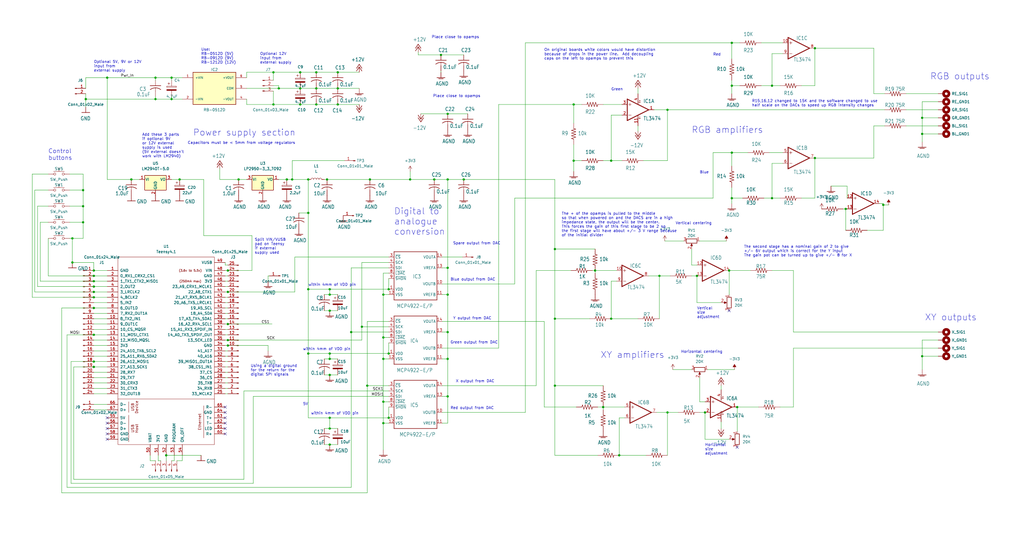
<source format=kicad_sch>
(kicad_sch (version 20231120) (generator "eeschema") (generator_version "8.0")
  (paper "User" 485.14 263.296)
  (title_block (title "v.st Colour Mod v3.0") (date "2022-04-18") (company "Robin Champion") (comment 1 "Mods by FC"))
  (junction (at 365.76 40.64))
  (junction (at 73.66 46.99))
  (junction (at 436.88 63.5))
  (junction (at 181.61 139.7))
  (junction (at 39.37 90.17))
  (junction (at 78.74 215.9))
  (junction (at 135.89 85.09))
  (junction (at 107.95 138.43))
  (junction (at 62.23 85.09))
  (junction (at 346.71 20.32))
  (junction (at 212.09 53.975))
  (junction (at 271.78 49.53))
  (junction (at 262.89 151.13))
  (junction (at 436.88 55.88))
  (junction (at 149.86 41.91))
  (junction (at 107.95 163.83))
  (junction (at 181.61 170.18))
  (junction (at 316.23 195.58))
  (junction (at 146.05 167.64))
  (junction (at 365.76 93.98))
  (junction (at 44.45 173.99))
  (junction (at 156.21 198.12))
  (junction (at 39.37 105.41))
  (junction (at 142.24 34.29))
  (junction (at 418.465 97.155))
  (junction (at 386.08 74.93))
  (junction (at 44.45 158.75))
  (junction (at 289.56 151.13))
  (junction (at 194.31 85.09))
  (junction (at 50.8 36.83))
  (junction (at 156.21 203.2))
  (junction (at 208.915 26.035))
  (junction (at 132.08 41.91))
  (junction (at 142.24 49.53))
  (junction (at 138.43 85.09))
  (junction (at 386.08 22.86))
  (junction (at 316.23 52.07))
  (junction (at 73.66 36.83))
  (junction (at 156.21 170.18))
  (junction (at 156.21 167.64))
  (junction (at 107.95 161.29))
  (junction (at 44.45 128.27))
  (junction (at 212.09 127))
  (junction (at 436.88 168.91))
  (junction (at 212.09 157.48))
  (junction (at 346.71 72.39))
  (junction (at 107.95 128.27))
  (junction (at 34.29 124.46))
  (junction (at 149.86 49.53))
  (junction (at 107.95 153.67))
  (junction (at 156.21 147.32))
  (junction (at 312.42 130.81))
  (junction (at 212.09 139.7))
  (junction (at 85.09 85.09))
  (junction (at 160.02 41.91))
  (junction (at 129.54 49.53))
  (junction (at 184.15 198.12))
  (junction (at 160.02 34.29))
  (junction (at 262.89 118.11))
  (junction (at 400.685 99.06))
  (junction (at 293.37 215.9))
  (junction (at 146.05 100.965))
  (junction (at 154.94 85.09))
  (junction (at 81.28 46.99))
  (junction (at 146.05 137.16))
  (junction (at 285.75 193.04))
  (junction (at 142.24 41.91))
  (junction (at 44.45 133.35))
  (junction (at 156.21 137.16))
  (junction (at 171.45 154.94))
  (junction (at 149.86 34.29))
  (junction (at 330.2 130.81))
  (junction (at 44.45 138.43))
  (junction (at 212.09 187.96))
  (junction (at 212.09 85.09))
  (junction (at 281.94 128.27))
  (junction (at 44.45 130.81))
  (junction (at 205.74 85.09))
  (junction (at 181.61 200.66))
  (junction (at 156.21 139.7))
  (junction (at 173.99 182.88))
  (junction (at 34.29 113.03))
  (junction (at 81.28 36.83))
  (junction (at 40.64 46.99))
  (junction (at 156.21 210.82))
  (junction (at 113.03 85.09))
  (junction (at 166.37 157.48))
  (junction (at 349.25 193.04))
  (junction (at 184.15 137.16))
  (junction (at 346.71 93.98))
  (junction (at 184.15 167.64))
  (junction (at 156.21 177.8))
  (junction (at 44.45 171.45))
  (junction (at 39.37 97.79))
  (junction (at 212.09 170.18))
  (junction (at 44.45 146.05))
  (junction (at 346.71 40.64))
  (junction (at 146.05 85.09))
  (junction (at 345.44 128.27))
  (junction (at 219.71 85.09))
  (junction (at 289.56 76.2))
  (junction (at 271.78 76.2))
  (junction (at 160.02 49.53))
  (junction (at 129.54 34.29))
  (junction (at 334.01 195.58))
  (junction (at 175.26 85.09))
  (junction (at 262.89 182.88))
  (junction (at 181.61 190.5))
  (junction (at 44.45 135.89))
  (junction (at 44.45 140.97))
  (junction (at 181.61 160.02))
  (no_connect (at 345.44 147.32))
  (no_connect (at 50.8 200.66))
  (no_connect (at 106.68 198.12))
  (no_connect (at 106.68 203.2))
  (no_connect (at 106.68 193.04))
  (no_connect (at 50.8 198.12))
  (no_connect (at 106.68 200.66))
  (no_connect (at 106.68 195.58))
  (no_connect (at 50.8 203.2))
  (no_connect (at 349.25 212.09))
  (no_connect (at 50.8 208.28))
  (no_connect (at 50.8 205.74))
  (no_connect (at 106.68 205.74))
  (wire (pts (xy 138.43 76.2) (xy 138.43 85.09)))
  (wire (pts (xy 81.28 45.72) (xy 81.28 46.99)))
  (wire (pts (xy 436.88 48.26) (xy 436.88 55.88)))
  (wire (pts (xy 173.99 152.4) (xy 173.99 182.88)))
  (wire (pts (xy 50.8 85.09) (xy 62.23 85.09)))
  (wire (pts (xy 106.68 184.15) (xy 107.95 184.15)))
  (wire (pts (xy 39.37 97.79) (xy 39.37 105.41)))
  (wire (pts (xy 184.15 193.04) (xy 184.15 198.12)))
  (wire (pts (xy 34.925 227.33) (xy 34.925 173.99)))
  (wire (pts (xy 337.82 72.39) (xy 346.71 72.39)))
  (wire (pts (xy 166.37 157.48) (xy 166.37 127)))
  (wire (pts (xy 209.55 127) (xy 212.09 127)))
  (wire (pts (xy 115.57 185.42) (xy 184.15 185.42)))
  (wire (pts (xy 346.71 72.39) (xy 346.71 78.74)))
  (wire (pts (xy 219.71 85.09) (xy 262.89 85.09)))
  (wire (pts (xy 44.45 194.31) (xy 50.8 194.31)))
  (wire (pts (xy 212.09 139.7) (xy 212.09 157.48)))
  (wire (pts (xy 271.78 76.2) (xy 271.78 81.28)))
  (wire (pts (xy 16.51 138.43) (xy 44.45 138.43)))
  (wire (pts (xy 74.93 215.9) (xy 74.93 218.44)))
  (wire (pts (xy 142.24 34.29) (xy 149.86 34.29)))
  (wire (pts (xy 416.56 96.52) (xy 418.465 96.52)))
  (wire (pts (xy 208.915 26.035) (xy 198.12 26.035)))
  (wire (pts (xy 349.25 193.04) (xy 349.25 204.47)))
  (wire (pts (xy 106.68 176.53) (xy 107.95 176.53)))
  (wire (pts (xy 401.32 88.265) (xy 401.32 93.98)))
  (wire (pts (xy 346.71 40.64) (xy 346.71 44.45)))
  (wire (pts (xy 106.68 168.91) (xy 107.95 168.91)))
  (wire (pts (xy 113.03 85.09) (xy 116.84 85.09)))
  (wire (pts (xy 379.73 40.64) (xy 386.08 40.64)))
  (wire (pts (xy 184.15 162.56) (xy 184.15 167.64)))
  (wire (pts (xy 304.8 76.2) (xy 316.23 76.2)))
  (wire (pts (xy 254 128.27) (xy 270.51 128.27)))
  (wire (pts (xy 120.015 187.96) (xy 184.15 187.96)))
  (wire (pts (xy 289.56 133.35) (xy 289.56 151.13)))
  (wire (pts (xy 146.05 85.09) (xy 146.05 100.965)))
  (wire (pts (xy 166.37 157.48) (xy 166.37 231.14)))
  (wire (pts (xy 316.23 76.2) (xy 316.23 52.07)))
  (wire (pts (xy 156.21 147.32) (xy 160.02 147.32)))
  (wire (pts (xy 44.45 148.59) (xy 50.8 148.59)))
  (wire (pts (xy 120.015 229.235) (xy 33.655 229.235)))
  (wire (pts (xy 184.15 170.18) (xy 181.61 170.18)))
  (wire (pts (xy 444.5 161.29) (xy 436.88 161.29)))
  (wire (pts (xy 345.44 128.27) (xy 345.44 139.7)))
  (wire (pts (xy 331.47 179.07) (xy 331.47 190.5)))
  (wire (pts (xy 129.54 40.64) (xy 132.08 40.64)))
  (wire (pts (xy 74.93 218.44) (xy 76.2 218.44)))
  (wire (pts (xy 364.49 72.39) (xy 370.84 72.39)))
  (wire (pts (xy 107.95 153.67) (xy 128.905 153.67)))
  (wire (pts (xy 33.02 82.55) (xy 39.37 82.55)))
  (wire (pts (xy 107.95 161.29) (xy 171.45 161.29)))
  (wire (pts (xy 127 130.81) (xy 127 133.35)))
  (wire (pts (xy 285.75 193.04) (xy 295.91 193.04)))
  (wire (pts (xy 44.45 186.69) (xy 50.8 186.69)))
  (wire (pts (xy 312.42 130.81) (xy 312.42 151.13)))
  (wire (pts (xy 107.95 138.43) (xy 139.7 138.43)))
  (wire (pts (xy 73.66 45.72) (xy 73.66 46.99)))
  (wire (pts (xy 429.26 59.69) (xy 444.5 59.69)))
  (wire (pts (xy 173.99 182.88) (xy 173.99 233.68)))
  (wire (pts (xy 116.84 49.53) (xy 129.54 49.53)))
  (wire (pts (xy 44.45 166.37) (xy 50.8 166.37)))
  (wire (pts (xy 107.95 181.61) (xy 106.68 181.61)))
  (wire (pts (xy 107.95 163.83) (xy 127 163.83)))
  (wire (pts (xy 184.15 160.02) (xy 181.61 160.02)))
  (wire (pts (xy 243.84 93.98) (xy 243.84 134.62)))
  (wire (pts (xy 386.08 93.98) (xy 379.73 93.98)))
  (wire (pts (xy 236.22 49.53) (xy 236.22 165.1)))
  (wire (pts (xy 173.99 182.88) (xy 184.15 182.88)))
  (wire (pts (xy 146.05 137.16) (xy 146.05 167.64)))
  (wire (pts (xy 316.23 215.9) (xy 316.23 195.58)))
  (wire (pts (xy 34.925 173.99) (xy 44.45 173.99)))
  (wire (pts (xy 141.605 100.965) (xy 146.05 100.965)))
  (wire (pts (xy 317.5 130.81) (xy 312.42 130.81)))
  (wire (pts (xy 359.41 193.04) (xy 349.25 193.04)))
  (wire (pts (xy 82.55 215.9) (xy 82.55 218.44)))
  (wire (pts (xy 15.24 82.55) (xy 22.86 82.55)))
  (wire (pts (xy 306.07 215.9) (xy 293.37 215.9)))
  (wire (pts (xy 106.68 186.69) (xy 107.95 186.69)))
  (wire (pts (xy 19.05 105.41) (xy 19.05 133.35)))
  (wire (pts (xy 346.71 20.32) (xy 350.52 20.32)))
  (wire (pts (xy 44.45 143.51) (xy 50.8 143.51)))
  (wire (pts (xy 31.75 158.75) (xy 31.75 231.14)))
  (wire (pts (xy 156.21 170.18) (xy 160.02 170.18)))
  (wire (pts (xy 40.64 36.83) (xy 40.64 41.91)))
  (wire (pts (xy 78.74 215.9) (xy 95.25 215.9)))
  (wire (pts (xy 119.38 111.76) (xy 96.52 111.76)))
  (wire (pts (xy 16.51 90.17) (xy 22.86 90.17)))
  (wire (pts (xy 73.66 36.83) (xy 73.66 38.1)))
  (wire (pts (xy 71.12 218.44) (xy 73.66 218.44)))
  (wire (pts (xy 160.02 41.91) (xy 170.18 41.91)))
  (wire (pts (xy 283.21 193.04) (xy 285.75 193.04)))
  (wire (pts (xy 236.22 165.1) (xy 209.55 165.1)))
  (wire (pts (xy 289.56 54.61) (xy 294.64 54.61)))
  (wire (pts (xy 127 166.37) (xy 127 163.83)))
  (wire (pts (xy 289.56 76.2) (xy 294.64 76.2)))
  (wire (pts (xy 334.01 190.5) (xy 331.47 190.5)))
  (wire (pts (xy 321.31 195.58) (xy 316.23 195.58)))
  (wire (pts (xy 175.26 85.09) (xy 194.31 85.09)))
  (wire (pts (xy 116.84 34.29) (xy 129.54 34.29)))
  (wire (pts (xy 106.68 148.59) (xy 107.95 148.59)))
  (wire (pts (xy 375.92 193.04) (xy 375.92 165.1)))
  (wire (pts (xy 106.68 173.99) (xy 107.95 173.99)))
  (wire (pts (xy 302.26 151.13) (xy 289.56 151.13)))
  (wire (pts (xy 212.09 85.09) (xy 219.71 85.09)))
  (wire (pts (xy 181.61 139.7) (xy 184.15 139.7)))
  (wire (pts (xy 156.21 177.8) (xy 160.02 177.8)))
  (wire (pts (xy 209.55 187.96) (xy 212.09 187.96)))
  (wire (pts (xy 156.21 210.82) (xy 160.02 210.82)))
  (wire (pts (xy 127 130.81) (xy 127.635 130.81)))
  (wire (pts (xy 171.45 154.94) (xy 184.15 154.94)))
  (wire (pts (xy 106.68 125.73) (xy 107.95 125.73)))
  (wire (pts (xy 31.75 158.75) (xy 44.45 158.75)))
  (wire (pts (xy 330.2 143.51) (xy 341.63 143.51)))
  (wire (pts (xy 212.09 187.96) (xy 212.09 200.66)))
  (wire (pts (xy 181.61 129.54) (xy 184.15 129.54)))
  (wire (pts (xy 19.05 133.35) (xy 44.45 133.35)))
  (wire (pts (xy 156.21 198.12) (xy 156.21 203.2)))
  (wire (pts (xy 156.21 167.64) (xy 184.15 167.64)))
  (wire (pts (xy 184.15 152.4) (xy 173.99 152.4)))
  (wire (pts (xy 132.08 85.09) (xy 135.89 85.09)))
  (wire (pts (xy 311.15 195.58) (xy 316.23 195.58)))
  (wire (pts (xy 212.09 53.975) (xy 221.615 53.975)))
  (wire (pts (xy 146.05 167.64) (xy 146.05 198.12)))
  (wire (pts (xy 40.64 36.83) (xy 50.8 36.83)))
  (wire (pts (xy 106.68 179.07) (xy 107.95 179.07)))
  (wire (pts (xy 119.38 128.27) (xy 119.38 111.76)))
  (wire (pts (xy 44.45 151.13) (xy 50.8 151.13)))
  (wire (pts (xy 156.21 137.16) (xy 156.21 139.7)))
  (wire (pts (xy 166.37 157.48) (xy 184.15 157.48)))
  (wire (pts (xy 386.08 74.93) (xy 386.08 93.98)))
  (wire (pts (xy 248.92 20.32) (xy 346.71 20.32)))
  (wire (pts (xy 295.91 198.12) (xy 293.37 198.12)))
  (wire (pts (xy 142.24 41.91) (xy 149.86 41.91)))
  (wire (pts (xy 149.86 41.91) (xy 160.02 41.91)))
  (wire (pts (xy 254 182.88) (xy 209.55 182.88)))
  (wire (pts (xy 107.95 153.67) (xy 106.68 153.67)))
  (wire (pts (xy 96.52 111.76) (xy 96.52 85.09)))
  (wire (pts (xy 375.92 157.48) (xy 444.5 157.48)))
  (wire (pts (xy 444.5 55.88) (xy 436.88 55.88)))
  (wire (pts (xy 346.71 93.98) (xy 346.71 96.52)))
  (wire (pts (xy 257.81 193.04) (xy 273.05 193.04)))
  (wire (pts (xy 399.415 99.06) (xy 400.685 99.06)))
  (wire (pts (xy 106.68 171.45) (xy 107.95 171.45)))
  (wire (pts (xy 106.68 161.29) (xy 107.95 161.29)))
  (wire (pts (xy 153.67 203.2) (xy 156.21 203.2)))
  (wire (pts (xy 146.05 167.64) (xy 156.21 167.64)))
  (wire (pts (xy 44.45 163.83) (xy 50.8 163.83)))
  (wire (pts (xy 16.51 90.17) (xy 16.51 138.43)))
  (wire (pts (xy 160.02 34.29) (xy 170.18 34.29)))
  (wire (pts (xy 302.26 62.23) (xy 302.26 59.69)))
  (wire (pts (xy 198.12 26.035) (xy 198.12 24.765)))
  (wire (pts (xy 115.57 227.33) (xy 34.925 227.33)))
  (wire (pts (xy 209.55 195.58) (xy 248.92 195.58)))
  (wire (pts (xy 153.67 177.8) (xy 156.21 177.8)))
  (wire (pts (xy 149.86 49.53) (xy 160.02 49.53)))
  (wire (pts (xy 212.09 170.18) (xy 212.09 157.48)))
  (wire (pts (xy 346.71 38.1) (xy 346.71 40.64)))
  (wire (pts (xy 271.78 49.53) (xy 271.78 58.42)))
  (wire (pts (xy 33.655 229.235) (xy 33.655 171.45)))
  (wire (pts (xy 44.45 176.53) (xy 50.8 176.53)))
  (wire (pts (xy 418.465 97.155) (xy 421.005 97.155)))
  (wire (pts (xy 365.76 128.27) (xy 375.92 128.27)))
  (wire (pts (xy 271.78 76.2) (xy 275.59 76.2)))
  (wire (pts (xy 184.15 132.08) (xy 184.15 137.16)))
  (wire (pts (xy 39.37 82.55) (xy 39.37 90.17)))
  (wire (pts (xy 106.68 124.46) (xy 106.68 125.73)))
  (wire (pts (xy 44.45 181.61) (xy 50.8 181.61)))
  (wire (pts (xy 341.63 203.2) (xy 341.63 200.025)))
  (wire (pts (xy 81.28 85.09) (xy 85.09 85.09)))
  (wire (pts (xy 436.88 63.5) (xy 444.5 63.5)))
  (wire (pts (xy 129.54 43.18) (xy 129.54 49.53)))
  (wire (pts (xy 414.02 44.45) (xy 414.02 22.86)))
  (wire (pts (xy 34.29 113.03) (xy 34.29 124.46)))
  (wire (pts (xy 360.68 40.64) (xy 365.76 40.64)))
  (wire (pts (xy 341.63 182.88) (xy 341.63 184.785)))
  (wire (pts (xy 160.02 49.53) (xy 170.18 49.53)))
  (wire (pts (xy 365.76 25.4) (xy 365.76 40.64)))
  (wire (pts (xy 132.08 41.91) (xy 142.24 41.91)))
  (wire (pts (xy 33.655 171.45) (xy 44.45 171.45)))
  (wire (pts (xy 15.24 140.97) (xy 44.45 140.97)))
  (wire (pts (xy 44.45 128.27) (xy 50.8 128.27)))
  (wire (pts (xy 429.26 52.07) (xy 444.5 52.07)))
  (wire (pts (xy 194.31 81.28) (xy 194.31 85.09)))
  (wire (pts (xy 243.84 93.98) (xy 337.82 93.98)))
  (wire (pts (xy 135.89 85.09) (xy 138.43 85.09)))
  (wire (pts (xy 107.95 128.27) (xy 119.38 128.27)))
  (wire (pts (xy 181.61 170.18) (xy 181.61 190.5)))
  (wire (pts (xy 153.67 210.82) (xy 156.21 210.82)))
  (wire (pts (xy 419.1 44.45) (xy 414.02 44.45)))
  (wire (pts (xy 386.08 22.86) (xy 386.08 40.64)))
  (wire (pts (xy 85.09 85.09) (xy 96.52 85.09)))
  (wire (pts (xy 280.67 128.27) (xy 281.94 128.27)))
  (wire (pts (xy 248.92 20.32) (xy 248.92 195.58)))
  (wire (pts (xy 314.96 114.3) (xy 323.85 114.3)))
  (wire (pts (xy 156.21 167.64) (xy 156.21 170.18)))
  (wire (pts (xy 29.21 233.68) (xy 29.21 146.05)))
  (wire (pts (xy 71.12 215.9) (xy 71.12 218.44)))
  (wire (pts (xy 106.68 130.81) (xy 107.95 130.81)))
  (wire (pts (xy 365.76 25.4) (xy 370.84 25.4)))
  (wire (pts (xy 400.685 99.06) (xy 401.32 99.06)))
  (wire (pts (xy 129.54 34.29) (xy 142.24 34.29)))
  (wire (pts (xy 335.28 175.26) (xy 347.98 175.26)))
  (wire (pts (xy 184.15 190.5) (xy 181.61 190.5)))
  (wire (pts (xy 106.68 128.27) (xy 107.95 128.27)))
  (wire (pts (xy 334.01 208.28) (xy 345.44 208.28)))
  (wire (pts (xy 138.43 85.09) (xy 146.05 85.09)))
  (wire (pts (xy 116.84 41.91) (xy 132.08 41.91)))
  (wire (pts (xy 361.95 93.98) (xy 365.76 93.98)))
  (wire (pts (xy 393.7 88.265) (xy 401.32 88.265)))
  (wire (pts (xy 436.88 161.29) (xy 436.88 168.91)))
  (wire (pts (xy 154.94 85.09) (xy 175.26 85.09)))
  (wire (pts (xy 33.02 105.41) (xy 39.37 105.41)))
  (wire (pts (xy 262.89 182.88) (xy 262.89 215.9)))
  (wire (pts (xy 44.45 173.99) (xy 50.8 173.99)))
  (wire (pts (xy 346.71 72.39) (xy 354.33 72.39)))
  (wire (pts (xy 115.57 185.42) (xy 115.57 227.33)))
  (wire (pts (xy 44.45 133.35) (xy 50.8 133.35)))
  (wire (pts (xy 44.45 158.75) (xy 50.8 158.75)))
  (wire (pts (xy 199.39 53.975) (xy 212.09 53.975)))
  (wire (pts (xy 436.88 55.88) (xy 436.88 63.5)))
  (wire (pts (xy 414.02 22.86) (xy 386.08 22.86)))
  (wire (pts (xy 302.26 41.91) (xy 302.26 44.45)))
  (wire (pts (xy 292.1 133.35) (xy 289.56 133.35)))
  (wire (pts (xy 181.61 139.7) (xy 181.61 160.02)))
  (wire (pts (xy 418.465 97.155) (xy 418.465 109.22)))
  (wire (pts (xy 163.195 76.2) (xy 138.43 76.2)))
  (wire (pts (xy 236.22 49.53) (xy 271.78 49.53)))
  (wire (pts (xy 22.86 113.03) (xy 22.86 130.81)))
  (wire (pts (xy 375.92 128.27) (xy 375.92 157.48)))
  (wire (pts (xy 331.47 114.3) (xy 344.17 114.3)))
  (wire (pts (xy 262.89 151.13) (xy 262.89 182.88)))
  (wire (pts (xy 44.45 138.43) (xy 50.8 138.43)))
  (wire (pts (xy 156.21 137.16) (xy 184.15 137.16)))
  (wire (pts (xy 281.94 128.27) (xy 281.94 129.54)))
  (wire (pts (xy 285.75 49.53) (xy 294.64 49.53)))
  (wire (pts (xy 346.71 20.32) (xy 346.71 27.94)))
  (wire (pts (xy 318.77 175.26) (xy 327.66 175.26)))
  (wire (pts (xy 289.56 54.61) (xy 289.56 76.2)))
  (wire (pts (xy 81.28 46.99) (xy 86.36 46.99)))
  (wire (pts (xy 285.75 193.04) (xy 285.75 194.31)))
  (wire (pts (xy 212.09 157.48) (xy 209.55 157.48)))
  (wire (pts (xy 106.68 143.51) (xy 107.95 143.51)))
  (wire (pts (xy 106.68 158.75) (xy 107.95 158.75)))
  (wire (pts (xy 116.84 46.99) (xy 116.84 49.53)))
  (wire (pts (xy 262.89 85.09) (xy 262.89 118.11)))
  (wire (pts (xy 50.8 36.83) (xy 73.66 36.83)))
  (wire (pts (xy 429.26 44.45) (xy 444.5 44.45)))
  (wire (pts (xy 209.55 139.7) (xy 212.09 139.7)))
  (wire (pts (xy 39.37 105.41) (xy 39.37 113.03)))
  (wire (pts (xy 418.465 109.22) (xy 410.845 109.22)))
  (wire (pts (xy 82.55 218.44) (xy 81.28 218.44)))
  (wire (pts (xy 400.685 99.06) (xy 400.685 109.22)))
  (wire (pts (xy 149.86 34.29) (xy 160.02 34.29)))
  (wire (pts (xy 78.74 215.9) (xy 78.74 218.44)))
  (wire (pts (xy 181.61 200.66) (xy 181.61 213.36)))
  (wire (pts (xy 120.015 187.96) (xy 120.015 229.235)))
  (wire (pts (xy 350.52 40.64) (xy 346.71 40.64)))
  (wire (pts (xy 44.45 130.81) (xy 50.8 130.81)))
  (wire (pts (xy 360.68 20.32) (xy 370.84 20.32)))
  (wire (pts (xy 104.14 85.09) (xy 113.03 85.09)))
  (wire (pts (xy 257.81 152.4) (xy 257.81 193.04)))
  (wire (pts (xy 181.61 160.02) (xy 181.61 170.18)))
  (wire (pts (xy 346.71 88.9) (xy 346.71 93.98)))
  (wire (pts (xy 369.57 193.04) (xy 375.92 193.04)))
  (wire (pts (xy 181.61 190.5) (xy 181.61 200.66)))
  (wire (pts (xy 205.74 85.09) (xy 212.09 85.09)))
  (wire (pts (xy 281.94 118.11) (xy 262.89 118.11)))
  (wire (pts (xy 146.05 100.965) (xy 146.05 137.16)))
  (wire (pts (xy 208.915 33.655) (xy 208.915 34.29)))
  (wire (pts (xy 39.37 90.17) (xy 39.37 97.79)))
  (wire (pts (xy 40.64 46.99) (xy 73.66 46.99)))
  (wire (pts (xy 171.45 124.46) (xy 184.15 124.46)))
  (wire (pts (xy 44.45 153.67) (xy 50.8 153.67)))
  (wire (pts (xy 414.02 59.69) (xy 419.1 59.69)))
  (wire (pts (xy 44.45 135.89) (xy 50.8 135.89)))
  (wire (pts (xy 194.31 85.09) (xy 205.74 85.09)))
  (wire (pts (xy 209.55 121.92) (xy 219.075 121.92)))
  (wire (pts (xy 44.45 156.21) (xy 50.8 156.21)))
  (wire (pts (xy 307.34 130.81) (xy 312.42 130.81)))
  (wire (pts (xy 212.09 139.7) (xy 212.09 127)))
  (wire (pts (xy 330.2 125.73) (xy 327.66 125.73)))
  (wire (pts (xy 444.5 48.26) (xy 436.88 48.26)))
  (wire (pts (xy 106.68 138.43) (xy 107.95 138.43)))
  (wire (pts (xy 209.55 152.4) (xy 257.81 152.4)))
  (wire (pts (xy 106.68 156.21) (xy 107.95 156.21)))
  (wire (pts (xy 171.45 124.46) (xy 171.45 154.94)))
  (wire (pts (xy 129.54 34.29) (xy 129.54 38.1)))
  (wire (pts (xy 262.89 151.13) (xy 279.4 151.13)))
  (wire (pts (xy 271.78 49.53) (xy 275.59 49.53)))
  (wire (pts (xy 15.24 82.55) (xy 15.24 140.97)))
  (wire (pts (xy 262.89 182.88) (xy 285.75 182.88)))
  (wire (pts (xy 17.78 135.89) (xy 44.45 135.89)))
  (wire (pts (xy 153.67 170.18) (xy 156.21 170.18)))
  (wire (pts (xy 327.66 118.11) (xy 327.66 125.73)))
  (wire (pts (xy 40.64 44.45) (xy 40.64 46.99)))
  (wire (pts (xy 17.78 97.79) (xy 17.78 135.89)))
  (wire (pts (xy 116.84 36.83) (xy 116.84 34.29)))
  (wire (pts (xy 444.5 168.91) (xy 436.88 168.91)))
  (wire (pts (xy 129.54 49.53) (xy 142.24 49.53)))
  (wire (pts (xy 81.28 36.83) (xy 86.36 36.83)))
  (wire (pts (xy 44.45 146.05) (xy 50.8 146.05)))
  (wire (pts (xy 29.21 146.05) (xy 44.45 146.05)))
  (wire (pts (xy 142.24 49.53) (xy 149.86 49.53)))
  (wire (pts (xy 139.7 121.92) (xy 139.7 138.43)))
  (wire (pts (xy 309.88 52.07) (xy 316.23 52.07)))
  (wire (pts (xy 271.78 68.58) (xy 271.78 76.2)))
  (wire (pts (xy 106.68 146.05) (xy 107.95 146.05)))
  (wire (pts (xy 334.01 195.58) (xy 331.47 195.58)))
  (wire (pts (xy 44.45 124.46) (xy 34.29 124.46)))
  (wire (pts (xy 62.23 85.09) (xy 66.04 85.09)))
  (wire (pts (xy 212.09 85.09) (xy 212.09 127)))
  (wire (pts (xy 285.75 76.2) (xy 289.56 76.2)))
  (wire (pts (xy 254 128.27) (xy 254 182.88)))
  (wire (pts (xy 19.05 105.41) (xy 22.86 105.41)))
  (wire (pts (xy 44.45 128.27) (xy 44.45 124.46)))
  (wire (pts (xy 73.66 46.99) (xy 81.28 46.99)))
  (wire (pts (xy 337.82 72.39) (xy 337.82 93.98)))
  (wire (pts (xy 106.68 140.97) (xy 107.95 140.97)))
  (wire (pts (xy 209.55 134.62) (xy 243.84 134.62)))
  (wire (pts (xy 153.67 139.7) (xy 156.21 139.7)))
  (wire (pts (xy 330.2 130.81) (xy 330.2 143.51)))
  (wire (pts (xy 153.67 85.09) (xy 154.94 85.09)))
  (wire (pts (xy 146.05 137.16) (xy 156.21 137.16)))
  (wire (pts (xy 156.21 203.2) (xy 160.02 203.2)))
  (wire (pts (xy 330.2 130.81) (xy 327.66 130.81)))
  (wire (pts (xy 156.21 139.7) (xy 160.02 139.7)))
  (wire (pts (xy 22.86 130.81) (xy 44.45 130.81)))
  (wire (pts (xy 44.45 191.77) (xy 50.8 191.77)))
  (wire (pts (xy 81.28 36.83) (xy 81.28 38.1)))
  (wire (pts (xy 106.68 133.35) (xy 107.95 133.35)))
  (wire (pts (xy 436.88 63.5) (xy 436.88 67.31)))
  (wire (pts (xy 50.8 36.83) (xy 50.8 85.09)))
  (wire (pts (xy 31.75 231.14) (xy 166.37 231.14)))
  (wire (pts (xy 33.02 90.17) (xy 39.37 90.17)))
  (wire (pts (xy 281.94 128.27) (xy 292.1 128.27)))
  (wire (pts (xy 17.78 97.79) (xy 22.86 97.79)))
  (wire (pts (xy 106.68 166.37) (xy 107.95 166.37)))
  (wire (pts (xy 86.36 218.44) (xy 83.82 218.44)))
  (wire (pts (xy 262.89 215.9) (xy 283.21 215.9)))
  (wire (pts (xy 44.45 161.29) (xy 50.8 161.29)))
  (wire (pts (xy 33.02 97.79) (xy 39.37 97.79)))
  (wire (pts (xy 181.61 139.7) (xy 181.61 129.54)))
  (wire (pts (xy 365.76 77.47) (xy 370.84 77.47)))
  (wire (pts (xy 355.6 128.27) (xy 345.44 128.27)))
  (wire (pts (xy 212.09 170.18) (xy 212.09 187.96)))
  (wire (pts (xy 418.465 96.52) (xy 418.465 97.155)))
  (wire (pts (xy 44.45 171.45) (xy 50.8 171.45)))
  (wire (pts (xy 293.37 198.12) (xy 293.37 215.9)))
  (wire (pts (xy 219.71 26.035) (xy 208.915 26.035)))
  (wire (pts (xy 346.71 93.98) (xy 351.79 93.98)))
  (wire (pts (xy 29.21 233.68) (xy 173.99 233.68)))
  (wire (pts (xy 33.02 113.03) (xy 34.29 113.03)))
  (wire (pts (xy 365.76 93.98) (xy 369.57 93.98)))
  (wire (pts (xy 212.09 170.18) (xy 209.55 170.18)))
  (wire (pts (xy 104.14 80.01) (xy 104.14 85.09)))
  (wire (pts (xy 44.45 168.91) (xy 50.8 168.91)))
  (wire (pts (xy 171.45 154.94) (xy 171.45 161.29)))
  (wire (pts (xy 86.36 215.9) (xy 86.36 218.44)))
  (wire (pts (xy 44.45 184.15) (xy 50.8 184.15)))
  (wire (pts (xy 365.76 77.47) (xy 365.76 93.98)))
  (wire (pts (xy 106.68 163.83) (xy 107.95 163.83)))
  (wire (pts (xy 166.37 127) (xy 184.15 127)))
  (wire (pts (xy 262.89 118.11) (xy 262.89 151.13)))
  (wire (pts (xy 34.29 113.03) (xy 39.37 113.03)))
  (wire (pts (xy 73.66 36.83) (xy 81.28 36.83)))
  (wire (pts (xy 132.08 40.64) (xy 132.08 41.91)))
  (wire (pts (xy 156.21 198.12) (xy 184.15 198.12)))
  (wire (pts (xy 334.01 195.58) (xy 334.01 208.28)))
  (wire (pts (xy 212.09 200.66) (xy 209.55 200.66)))
  (wire (pts (xy 44.45 179.07) (xy 50.8 179.07)))
  (wire (pts (xy 184.15 121.92) (xy 139.7 121.92)))
  (wire (pts (xy 386.08 74.93) (xy 414.02 74.93)))
  (wire (pts (xy 106.68 151.13) (xy 107.95 151.13)))
  (wire (pts (xy 40.64 46.99) (xy 40.64 50.8)))
  (wire (pts (xy 414.02 59.69) (xy 414.02 74.93)))
  (wire (pts (xy 316.23 52.07) (xy 419.1 52.07)))
  (wire (pts (xy 106.68 135.89) (xy 107.95 135.89)))
  (wire (pts (xy 44.45 140.97) (xy 50.8 140.97)))
  (wire (pts (xy 375.92 165.1) (xy 444.5 165.1)))
  (wire (pts (xy 146.05 198.12) (xy 156.21 198.12)))
  (wire (pts (xy 153.67 147.32) (xy 156.21 147.32)))
  (wire (pts (xy 436.88 168.91) (xy 436.88 175.26)))
  (wire (pts (xy 365.76 40.64) (xy 369.57 40.64)))
  (wire (pts (xy 184.15 200.66) (xy 181.61 200.66)))
  (text "Red output from DAC" (at 213.36 194.31 0) (effects (font (size 1.27 1.27)) (justify left bottom)))
  (text "Using a digital ground \nfor the return for the\ndigital SPI signals\n" (at 118.745 178.435 0) (effects (font (size 1.27 1.27)) (justify left bottom)))
  (text "Horizontal \nsize \nadjustment" (at 334.01 215.9 0) (effects (font (size 1.27 1.27)) (justify left bottom)))
  (text "Vertical \nsize \nadjustment" (at 330.2 151.13 0) (effects (font (size 1.27 1.27)) (justify left bottom)))
  (text "XY outputs" (at 438.15 152.4 0) (effects (font (size 3 3)) (justify left bottom)))
  (text "within 4mm of VDD pin" (at 147.32 196.85 0) (effects (font (size 1.27 1.27)) (justify left bottom)))
  (text "X output from DAC" (at 215.9 181.61 0) (effects (font (size 1.27 1.27)) (justify left bottom)))
  (text "within 4mm of VDD pin" (at 143.51 166.37 0) (effects (font (size 1.27 1.27)) (justify left bottom)))
  (text "Red" (at 337.82 26.67 0) (effects (font (size 1.27 1.27)) (justify left bottom)))
  (text "Green" (at 289.56 43.18 0) (effects (font (size 1.27 1.27)) (justify left bottom)))
  (text "Vertical centering" (at 320.04 106.68 0) (effects (font (size 1.27 1.27)) (justify left bottom)))
  (text "Blue output from DAC" (at 213.36 133.35 0) (effects (font (size 1.27 1.27)) (justify left bottom)))
  (text "Control\nbuttons" (at 22.86 76.2 0) (effects (font (size 2 2)) (justify left bottom)))
  (text "The + of the opamps is pulled to the middle\nso that when powered on and the DACS are in a high\nimpedance state, the output will be the center.\nThis forces the gain of this first stage to be 2 so\nthe first stage will have about +/- 3 V range because \nof the initial divider" (at 266.065 112.395 0) (effects (font (size 1.27 1.27)) (justify left bottom)))
  (text "Power supply section" (at 91.44 64.77 0) (effects (font (size 3 3)) (justify left bottom)))
  (text "The second stage has a nominal gain of 2 to give\n+/- 6V output which is correct for the Y input\nThe gain pot can be turned up to give +/- 8 for X" (at 352.425 121.92 0) (effects (font (size 1.27 1.27)) (justify left bottom)))
  (text "Blue" (at 331.47 82.55 0) (effects (font (size 1.27 1.27)) (justify left bottom)))
  (text "Spare output from DAC" (at 214.63 116.205 0) (effects (font (size 1.27 1.27)) (justify left bottom)))
  (text "R15,16,12 changed to 15K and the software changed to use\nhalf scale on the DACs to speed up RGB intensity changes" (at 356.235 50.8 0) (effects (font (size 1.27 1.27)) (justify left bottom)))
  (text "within 4mm of VDD pin" (at 146.05 135.89 0) (effects (font (size 1.27 1.27)) (justify left bottom)))
  (text "Digital to\nanalogue\nconversion" (at 186.69 111.76 0) (effects (font (size 3 3)) (justify left bottom)))
  (text "Place close to opamps" (at 204.47 18.415 0) (effects (font (size 1.27 1.27)) (justify left bottom)))
  (text "5V" (at 143.51 192.405 0) (effects (font (size 1.27 1.27)) (justify left bottom)))
  (text "Split VIN/VUSB\npad on Teensy \nif external \nsupply used" (at 120.65 120.65 0) (effects (font (size 1.27 1.27)) (justify left bottom)))
  (text "Optional 5V, 9V or 12V \ninput from \nexternal supply" (at 44.45 34.29 0) (effects (font (size 1.27 1.27)) (justify left bottom)))
  (text "Use: \nRB-0512D (5V)\nRB-0912D (9V)\nRB-1212D (12V)" (at 95.25 30.48 0) (effects (font (size 1.27 1.27)) (justify left bottom)))
  (text "Horizontal centering" (at 322.58 167.64 0) (effects (font (size 1.27 1.27)) (justify left bottom)))
  (text "Green output from DAC" (at 213.36 163.195 0) (effects (font (size 1.27 1.27)) (justify left bottom)))
  (text "XY amplifiers" (at 284.48 170.18 0) (effects (font (size 3 3)) (justify left bottom)))
  (text "On original boards white colors would have distortion\nbecause of drops in the power line.  Add decoupling\ncaps on the left to opamps to prevent this\n" (at 257.81 28.575 0) (effects (font (size 1.27 1.27)) (justify left bottom)))
  (text "Add these 3 parts\nif optional 9V \nor 12V external \nsupply is used\n(5V external doesn't\nwork with LM2940)" (at 67.31 74.93 0) (effects (font (size 1.27 1.27)) (justify left bottom)))
  (text "Optional 12V \ninput from \nexternal supply" (at 123.19 30.48 0) (effects (font (size 1.27 1.27)) (justify left bottom)))
  (text "Capacitors must be < 5mm from voltage regulators" (at 88.9 68.58 0) (effects (font (size 1.27 1.27)) (justify left bottom)))
  (text "Y output from DAC" (at 214.63 151.765 0) (effects (font (size 1.27 1.27)) (justify left bottom)))
  (text "Place close to opamps" (at 205.105 46.355 0) (effects (font (size 1.27 1.27)) (justify left bottom)))
  (text "RGB outputs" (at 440.69 38.1 0) (effects (font (size 3 3)) (justify left bottom)))
  (text "RGB amplifiers" (at 327.66 63.5 0) (effects (font (size 3 3)) (justify left bottom)))
  (label "MOSI1" (at 175.895 187.96 0))
  (label "Pwr_In" (at 57.15 36.83 0))
  (label "MOSI" (at 33.02 158.75 0))
  (label "SCK1" (at 176.53 185.42 0))
  (label "CS1" (at 123.825 153.67 0))
  (label "SCK" (at 126.365 161.29 0))
  (symbol (lib_id "teensyv-eagle-import:R-US_0204/2V") (at 374.65 93.98 180) (unit 1)
    (property "Reference" "R15" (at 375.92 95.25 0) (effects (font (size 1.778 1.5113)) (justify left bottom)))
    (property "Value" "15K" (at 375.92 88.9 0) (effects (font (size 1.778 1.5113)) (justify left bottom)))
    (property "Footprint" "Resistor_THT:R_Axial_DIN0207_L6.3mm_D2.5mm_P7.62mm_Horizontal" (effects (hide yes)))
  )
  (symbol (lib_id "teensyv-eagle-import:R-US_0204/2V") (at 346.71 33.02 90) (unit 1)
    (property "Reference" "R10" (at 344.17 31.75 90) (effects (font (size 1.778 1.5113)) (justify left bottom)))
    (property "Value" "10k" (at 353.06 31.75 90) (effects (font (size 1.778 1.5113)) (justify left bottom)))
    (property "Footprint" "Resistor_THT:R_Axial_DIN0207_L6.3mm_D2.5mm_P7.62mm_Horizontal" (effects (hide yes)))
  )
  (symbol (lib_id "teensyv-eagle-import:R-US_0204/7") (at 424.18 52.07 0) (unit 1)
    (property "Reference" "R20" (at 419.1 50.8 0) (effects (font (size 1.778 1.5113)) (justify left bottom)))
    (property "Value" "75R" (at 424.18 50.8 0) (effects (font (size 1.778 1.5113)) (justify left bottom)))
    (property "Footprint" "Resistor_THT:R_Axial_DIN0207_L6.3mm_D2.5mm_P7.62mm_Horizontal" (effects (hide yes)))
  )
  (symbol (lib_id "teensyv-eagle-import:C-US025-024X044") (at 141.605 103.505 0) (unit 1)
    (property "Reference" "C27" (at 135.255 104.775 0) (effects (font (size 1.778 1.5113)) (justify left bottom)))
    (property "Value" "10uF" (at 135.255 108.585 0) (effects (font (size 1.778 1.5113)) (justify left bottom)))
    (property "Footprint" "Capacitor_THT:C_Disc_D5.0mm_W2.5mm_P2.50mm" (effects (hide yes)))
  )
  (symbol (lib_id "teensyv-eagle-import:AGND") (at 127 168.91 0) (unit 1)
    (property "Reference" "#AGND0117" (effects (hide yes)))
    (property "Value" "AGND" (at 124.46 172.72 0) (effects (font (size 1.778 1.5113)) (justify left bottom)))
  )
  (symbol (lib_id "teensyv-eagle-import:+12V") (at 170.18 31.75 0) (unit 1)
    (property "Reference" "#P+03" (effects (hide yes)))
    (property "Value" "+12V" (at 166.37 29.21 0) (effects (font (size 1.778 1.5113)) (justify left bottom)))
  )
  (symbol (lib_id "teensyv-eagle-import:+12V") (at 341.63 180.34 0) (unit 1)
    (property "Reference" "#P+0104" (effects (hide yes)))
    (property "Value" "+12V" (at 339.09 177.8 0) (effects (font (size 1.778 1.5113)) (justify left bottom)))
  )
  (symbol (lib_id "Switch:SW_Push") (at 27.94 113.03 0) (mirror y) (unit 1)
    (property "Reference" "SW2" (at 27.94 110.49 0))
    (property "Value" "SW_Push" (at 27.94 115.57 0))
    (property "Footprint" "Button_Switch_THT:SW_PUSH_6mm_H4.3mm" (effects (hide yes)))
  )
  (symbol (lib_id "teensyv-eagle-import:AGND") (at 219.71 36.195 0) (unit 1)
    (property "Reference" "#AGND0111" (effects (hide yes)))
    (property "Value" "AGND" (at 217.17 40.005 0) (effects (font (size 1.778 1.5113)) (justify left bottom)))
  )
  (symbol (lib_id "Device:C_Polarized") (at 81.28 41.91 0) (unit 1)
    (property "Reference" "C4" (at 82.55 38.1 0) (effects (justify left)))
    (property "Value" "4.7uF" (at 78.74 45.72 0) (effects (justify left)))
    (property "Footprint" "Capacitor_THT:CP_Radial_D5.0mm_P2.00mm" (effects (hide yes)))
  )
  (symbol (lib_id "teensyv-eagle-import:QUAD_OPAMPP") (at 341.63 192.405 0) (unit 5)
    (property "Reference" "IC6" (effects (hide yes)))
    (property "Value" "TL3474" (effects (hide yes)))
    (property "Footprint" "Package_DIP:DIP-14_W7.62mm_Socket" (effects (hide yes)))
  )
  (symbol (lib_id "Device:C_Polarized") (at 85.09 88.9 0) (unit 1)
    (property "Reference" "C20" (at 88.9 88.9 0) (effects (justify left)))
    (property "Value" "22uF" (at 86.36 91.44 0) (effects (justify left)))
    (property "Footprint" "Capacitor_THT:CP_Radial_D5.0mm_P2.00mm" (effects (hide yes)))
  )
  (symbol (lib_id "teensyv-eagle-import:C-US025-024X044") (at 160.02 44.45 0) (unit 1)
    (property "Reference" "C14" (at 157.48 53.34 0) (effects (font (size 1.778 1.5113)) (justify left bottom)))
    (property "Value" "0.1uF" (at 161.036 48.641 0) (effects (font (size 1.778 1.5113)) (justify left bottom)))
    (property "Footprint" "Capacitor_THT:C_Disc_D5.0mm_W2.5mm_P2.50mm" (effects (hide yes)))
  )
  (symbol (lib_id "teensyv-eagle-import:AGND") (at 156.21 180.34 0) (unit 1)
    (property "Reference" "#AGND06" (effects (hide yes)))
    (property "Value" "AGND" (at 158.75 181.61 0) (effects (font (size 1.778 1.5113)) (justify left bottom)))
  )
  (symbol (lib_id "teensyv-eagle-import:AGND") (at 436.88 177.8 0) (unit 1)
    (property "Reference" "#AGND019" (effects (hide yes)))
    (property "Value" "AGND" (at 434.34 182.88 0) (effects (font (size 1.778 1.5113)) (justify left bottom)))
  )
  (symbol (lib_id "teensyv-eagle-import:AGND") (at 113.03 95.25 0) (unit 1)
    (property "Reference" "#AGND01" (effects (hide yes)))
    (property "Value" "AGND" (at 110.49 99.06 0) (effects (font (size 1.778 1.5113)) (justify left bottom)))
  )
  (symbol (lib_id "teensyv-eagle-import:GND") (at 34.29 127 0) (unit 1)
    (property "Reference" "#GND0101" (effects (hide yes)))
    (property "Value" "GND" (at 36.83 128.27 0) (effects (font (size 1.778 1.5113)) (justify left bottom)))
  )
  (symbol (lib_id "teensyv-eagle-import:AGND") (at 175.26 95.25 0) (unit 1)
    (property "Reference" "#AGND05" (effects (hide yes)))
    (property "Value" "AGND" (at 172.72 99.06 0) (effects (font (size 1.778 1.5113)) (justify left bottom)))
  )
  (symbol (lib_id "Mechanical:MountingHole_Pad") (at 447.04 168.91 270) (unit 1)
    (property "Reference" "Y_GND1" (at 450.85 168.91 90) (effects (justify left)))
    (property "Value" "MountingHole_Pad" (effects (hide yes)))
    (property "Footprint" "MountingHole:MountingHole_2.2mm_M2_DIN965_Pad_TopBottom" (effects (hide yes)))
  )
  (symbol (lib_id "Mechanical:MountingHole_Pad") (at 447.04 161.29 270) (unit 1)
    (property "Reference" "X_GND1" (at 450.85 161.29 90) (effects (justify left)))
    (property "Value" "MountingHole_Pad" (effects (hide yes)))
    (property "Footprint" "MountingHole:MountingHole_2.2mm_M2_DIN965_Pad_TopBottom" (effects (hide yes)))
  )
  (symbol (lib_id "teensyv-eagle-import:C-US025-024X044") (at 149.86 36.83 0) (unit 1)
    (property "Reference" "C11" (at 148.59 33.02 0) (effects (font (size 1.778 1.5113)) (justify left bottom)))
    (property "Value" "0.1uF" (at 150.876 41.021 0) (effects (font (size 1.778 1.5113)) (justify left bottom)))
    (property "Footprint" "Capacitor_THT:C_Disc_D5.0mm_W2.5mm_P2.50mm" (effects (hide yes)))
  )
  (symbol (lib_id "teensyv-eagle-import:AGND") (at 346.71 46.99 0) (unit 1)
    (property "Reference" "#AGND0105" (effects (hide yes)))
    (property "Value" "AGND" (at 344.17 50.8 0) (effects (font (size 1.778 1.5113)) (justify left bottom)))
  )
  (symbol (lib_id "Device:R_Potentiometer") (at 331.47 175.26 270) (unit 1)
    (property "Reference" "RV2" (at 331.47 168.91 90))
    (property "Value" "20K" (at 331.47 171.45 90))
    (property "Footprint" "Potentiometer_THT:Potentiometer_Bourns_3386P_Vertical" (effects (hide yes)))
  )
  (symbol (lib_id "teensyv-eagle-import:AGND") (at 162.56 104.775 0) (unit 1)
    (property "Reference" "#AGND0116" (effects (hide yes)))
    (property "Value" "AGND" (at 160.02 108.585 0) (effects (font (size 1.778 1.5113)) (justify left bottom)))
  )
  (symbol (lib_id "teensyv-eagle-import:C-US025-024X044") (at 208.915 28.575 0) (unit 1)
    (property "Reference" "C21" (at 207.645 24.765 0) (effects (font (size 1.778 1.5113)) (justify left bottom)))
    (property "Value" "0.1uF" (at 209.931 32.766 0) (effects (font (size 1.778 1.5113)) (justify left bottom)))
    (property "Footprint" "Capacitor_THT:C_Disc_D5.0mm_W2.5mm_P2.50mm" (effects (hide yes)))
  )
  (symbol (lib_id "teensyv-eagle-import:C-US025-024X044") (at 205.74 87.63 0) (unit 1)
    (property "Reference" "C25" (at 204.47 83.82 0) (effects (font (size 1.778 1.5113)) (justify left bottom)))
    (property "Value" "0.1uF" (at 206.756 91.821 0) (effects (font (size 1.778 1.5113)) (justify left bottom)))
    (property "Footprint" "Capacitor_THT:C_Disc_D5.0mm_W2.5mm_P2.50mm" (effects (hide yes)))
  )
  (symbol (lib_id "power:+3.3V") (at 194.31 81.28 0) (unit 1)
    (property "Reference" "#PWR0103" (effects (hide yes)))
    (property "Value" "+3V3" (at 194.31 76.2 0))
  )
  (symbol (lib_id "teensyv-eagle-import:AGND") (at 346.71 99.06 0) (unit 1)
    (property "Reference" "#AGND0103" (effects (hide yes)))
    (property "Value" "AGND" (at 344.17 102.87 0) (effects (font (size 1.778 1.5113)) (justify left bottom)))
  )
  (symbol (lib_id "Device:C_Polarized") (at 142.24 45.72 0) (unit 1)
    (property "Reference" "C10" (at 140.97 52.07 0) (effects (justify left)))
    (property "Value" "4.7uF" (at 139.7 48.26 0) (effects (justify left)))
    (property "Footprint" "Capacitor_THT:CP_Radial_D5.0mm_P2.00mm" (effects (hide yes)))
  )
  (symbol (lib_id "teensyv-eagle-import:AGND") (at 221.615 64.135 0) (unit 1)
    (property "Reference" "#AGND0112" (effects (hide yes)))
    (property "Value" "AGND" (at 219.075 67.945 0) (effects (font (size 1.778 1.5113)) (justify left bottom)))
  )
  (symbol (lib_id "teensyv-eagle-import:+12V") (at 198.12 22.225 0) (unit 1)
    (property "Reference" "#P+0103" (effects (hide yes)))
    (property "Value" "+12V" (at 195.58 19.685 0) (effects (font (size 1.778 1.5113)) (justify left bottom)))
  )
  (symbol (lib_id "Mechanical:MountingHole_Pad") (at 447.04 165.1 270) (unit 1)
    (property "Reference" "Y_SIG1" (at 450.85 165.1 90) (effects (justify left)))
    (property "Value" "MountingHole_Pad" (effects (hide yes)))
    (property "Footprint" "MountingHole:MountingHole_2.2mm_M2_DIN965_Pad_TopBottom" (effects (hide yes)))
  )
  (symbol (lib_id "Regulator_Linear:LP2950-5.0_TO92") (at 124.46 85.09 0) (unit 1)
    (property "Reference" "U3" (at 124.46 77.47 0))
    (property "Value" "LP2950-3_3_TO92" (at 124.46 80.01 0))
    (property "Footprint" "Package_TO_SOT_THT:TO-92" (effects (hide yes)))
    (property "Datasheet" "http://www.ti.com/lit/ds/symlink/lp2951.pdf" (effects (hide yes)))
  )
  (symbol (lib_id "teensyv-eagle-import:R-US_0204/2V") (at 285.75 199.39 90) (unit 1)
    (property "Reference" "R5" (at 281.94 199.39 90) (effects (font (size 1.778 1.5113)) (justify left bottom)))
    (property "Value" "10k" (at 292.1 199.39 90) (effects (font (size 1.778 1.5113)) (justify left bottom)))
    (property "Footprint" "Resistor_THT:R_Axial_DIN0207_L6.3mm_D2.5mm_P7.62mm_Horizontal" (effects (hide yes)))
  )
  (symbol (lib_id "teensyv-eagle-import:C-US025-024X044") (at 153.67 142.24 0) (unit 1)
    (property "Reference" "C8" (at 149.86 142.24 0) (effects (font (size 1.778 1.5113)) (justify left bottom)))
    (property "Value" "0.1uF" (at 147.32 147.32 0) (effects (font (size 1.778 1.5113)) (justify left bottom)))
    (property "Footprint" "Capacitor_THT:C_Disc_D5.0mm_W2.5mm_P2.50mm" (effects (hide yes)))
  )
  (symbol (lib_id "Teensy:Teensy4.1") (at 78.74 182.88 0) (unit 1)
    (property "Reference" "U1" (at 78.74 116.84 0))
    (property "Value" "Teensy4.1" (at 78.74 119.38 0))
    (property "Footprint" "Teensy:Teensy41" (effects (hide yes)))
  )
  (symbol (lib_id "teensyv-eagle-import:GND") (at 40.64 53.34 0) (unit 1)
    (property "Reference" "#SUPPLY01" (effects (hide yes)))
    (property "Value" "GND" (at 38.1 57.15 0) (effects (font (size 1.778 1.5113)) (justify left bottom)))
  )
  (symbol (lib_id "Switch:SW_Push") (at 27.94 90.17 0) (unit 1)
    (property "Reference" "SW1" (at 27.94 87.63 0))
    (property "Value" "SW_Push" (at 27.94 92.71 0))
    (property "Footprint" "Button_Switch_THT:SW_PUSH_6mm_H4.3mm" (effects (hide yes)))
  )
  (symbol (lib_id "Device:C_Polarized") (at 135.89 88.9 0) (unit 1)
    (property "Reference" "C5" (at 139.7 88.9 0) (effects (justify left)))
    (property "Value" "2.2uF" (at 137.16 91.44 0) (effects (justify left)))
    (property "Footprint" "Capacitor_THT:CP_Radial_D5.0mm_P2.00mm" (effects (hide yes)))
  )
  (symbol (lib_id "teensyv-eagle-import:R-US_0204/2V") (at 281.94 134.62 90) (unit 1)
    (property "Reference" "R3" (at 279.4 133.35 90) (effects (font (size 1.778 1.5113)) (justify left bottom)))
    (property "Value" "10k" (at 288.29 133.35 90) (effects (font (size 1.778 1.5113)) (justify left bottom)))
    (property "Footprint" "Resistor_THT:R_Axial_DIN0207_L6.3mm_D2.5mm_P7.62mm_Horizontal" (effects (hide yes)))
  )
  (symbol (lib_id "teensyv-eagle-import:R-US_0204/2V") (at 285.75 187.96 90) (unit 1)
    (property "Reference" "R26" (at 283.21 186.69 90) (effects (font (size 1.778 1.5113)) (justify left bottom)))
    (property "Value" "10k" (at 292.1 186.69 90) (effects (font (size 1.778 1.5113)) (justify left bottom)))
    (property "Footprint" "Resistor_THT:R_Axial_DIN0207_L6.3mm_D2.5mm_P7.62mm_Horizontal" (effects (hide yes)))
  )
  (symbol (lib_id "teensyv-eagle-import:GND") (at 85.09 95.25 0) (unit 1)
    (property "Reference" "#GND0104" (effects (hide yes)))
    (property "Value" "GND" (at 87.63 96.52 0) (effects (font (size 1.778 1.5113)) (justify left bottom)))
  )
  (symbol (lib_id "teensyv-eagle-import:R-US_0204/2V") (at 307.34 151.13 0) (unit 1)
    (property "Reference" "R7" (at 304.8 150.1394 0) (effects (font (size 1.778 1.5113)) (justify left bottom)))
    (property "Value" "10K" (at 304.8 154.94 0) (effects (font (size 1.778 1.5113)) (justify left bottom)))
    (property "Footprint" "Resistor_THT:R_Axial_DIN0207_L6.3mm_D2.5mm_P7.62mm_Horizontal" (effects (hide yes)))
  )
  (symbol (lib_id "teensyv-eagle-import:AGND") (at 141.605 111.125 0) (unit 1)
    (property "Reference" "#AGND0102" (effects (hide yes)))
    (property "Value" "AGND" (at 139.065 114.935 0) (effects (font (size 1.778 1.5113)) (justify left bottom)))
  )
  (symbol (lib_id "Mechanical:MountingHole_Pad") (at 447.04 48.26 270) (unit 1)
    (property "Reference" "RE_GND1" (at 450.85 48.26 90) (effects (justify left)))
    (property "Value" "MountingHole_Pad" (effects (hide yes)))
    (property "Footprint" "MountingHole:MountingHole_2.2mm_M2_DIN965_Pad_TopBottom" (effects (hide yes)))
  )
  (symbol (lib_id "teensyv-eagle-import:AGND") (at 156.21 213.36 0) (unit 1)
    (property "Reference" "#AGND012" (effects (hide yes)))
    (property "Value" "AGND" (at 158.75 214.63 0) (effects (font (size 1.778 1.5113)) (justify left bottom)))
  )
  (symbol (lib_id "Connector:Conn_01x01_Male") (at 168.275 76.2 180) (unit 1)
    (property "Reference" "TP3" (at 170.815 76.2 0))
    (property "Value" "Conn_01x01_Male" (at 168.275 78.74 0))
    (property "Footprint" "Connector_PinHeader_2.54mm:PinHeader_1x01_P2.54mm_Vertical" (effects (hide yes)))
  )
  (symbol (lib_id "power:+3.3V") (at 314.96 114.3 0) (unit 1)
    (property "Reference" "#PWR0102" (effects (hide yes)))
    (property "Value" "+3V3" (at 314.96 108.585 0))
  )
  (symbol (lib_id "teensyv-eagle-import:AGND") (at 205.74 95.25 0) (unit 1)
    (property "Reference" "#AGND0114" (effects (hide yes)))
    (property "Value" "AGND" (at 203.2 99.06 0) (effects (font (size 1.778 1.5113)) (justify left bottom)))
  )
  (symbol (lib_id "teensyv-eagle-import:-12V") (at 341.63 205.74 0) (unit 1)
    (property "Reference" "#P-0103" (effects (hide yes)))
    (property "Value" "-12V" (at 337.82 210.82 0) (effects (font (size 1.778 1.5113)) (justify left bottom)))
  )
  (symbol (lib_id "teensyv-eagle-import:AGND") (at 181.61 215.9 0) (unit 1)
    (property "Reference" "#AGND08" (effects (hide yes)))
    (property "Value" "AGND" (at 179.07 219.71 0) (effects (font (size 1.778 1.5113)) (justify left bottom)))
  )
  (symbol (lib_id "teensyv-eagle-import:R-US_0204/2V") (at 359.41 72.39 180) (unit 1)
    (property "Reference" "R24" (at 360.68 74.93 0) (effects (font (size 1.778 1.5113)) (justify left bottom)))
    (property "Value" "10K" (at 360.68 67.31 0) (effects (font (size 1.778 1.5113)) (justify left bottom)))
    (property "Footprint" "Resistor_THT:R_Axial_DIN0207_L6.3mm_D2.5mm_P7.62mm_Horizontal" (effects (hide yes)))
  )
  (symbol (lib_id "power:-3V3") (at 344.17 114.3 0) (unit 1)
    (property "Reference" "#PWR0108" (effects (hide yes)))
    (property "Value" "-3V3" (at 344.17 109.22 0))
  )
  (symbol (lib_id "teensyv-eagle-import:AGND") (at 219.71 95.25 0) (unit 1)
    (property "Reference" "#AGND0115" (effects (hide yes)))
    (property "Value" "AGND" (at 217.17 99.06 0) (effects (font (size 1.778 1.5113)) (justify left bottom)))
  )
  (symbol (lib_id "teensyv-eagle-import:C-US025-024X044") (at 160.02 36.83 0) (unit 1)
    (property "Reference" "C13" (at 158.75 33.02 0) (effects (font (size 1.778 1.5113)) (justify left bottom)))
    (property "Value" "0.1uF" (at 161.036 41.021 0) (effects (font (size 1.778 1.5113)) (justify left bottom)))
    (property "Footprint" "Capacitor_THT:C_Disc_D5.0mm_W2.5mm_P2.50mm" (effects (hide yes)))
  )
  (symbol (lib_id "Device:R_Potentiometer") (at 327.66 114.3 270) (unit 1)
    (property "Reference" "RV1" (at 327.66 109.22 90))
    (property "Value" "20K" (at 327.66 111.76 90))
    (property "Footprint" "Potentiometer_THT:Potentiometer_Bourns_3386P_Vertical" (effects (hide yes)))
  )
  (symbol (lib_id "teensyv-eagle-import:R-US_0204/2V") (at 288.29 215.9 0) (unit 1)
    (property "Reference" "R6" (at 285.75 214.63 0) (effects (font (size 1.778 1.5113)) (justify left bottom)))
    (property "Value" "10k" (at 285.75 220.98 0) (effects (font (size 1.778 1.5113)) (justify left bottom)))
    (property "Footprint" "Resistor_THT:R_Axial_DIN0207_L6.3mm_D2.5mm_P7.62mm_Horizontal" (effects (hide yes)))
  )
  (symbol (lib_id "teensyv-eagle-import:AGND") (at 436.88 69.85 0) (unit 1)
    (property "Reference" "#AGND018" (effects (hide yes)))
    (property "Value" "AGND" (at 434.34 74.93 0) (effects (font (size 1.778 1.5113)) (justify left bottom)))
  )
  (symbol (lib_id "teensyv-eagle-import:AGND") (at 212.09 64.135 0) (unit 1)
    (property "Reference" "#AGND0113" (effects (hide yes)))
    (property "Value" "AGND" (at 209.55 67.945 0) (effects (font (size 1.778 1.5113)) (justify left bottom)))
  )
  (symbol (lib_id "teensyv-eagle-import:AGND") (at 393.7 90.805 0) (unit 1)
    (property "Reference" "#AGND0101" (effects (hide yes)))
    (property "Value" "AGND" (at 391.16 94.615 0) (effects (font (size 1.778 1.5113)) (justify left bottom)))
  )
  (symbol (lib_id "teensyv-eagle-import:C-US025-024X044") (at 149.86 44.45 0) (unit 1)
    (property "Reference" "C12" (at 148.59 53.34 0) (effects (font (size 1.778 1.5113)) (justify left bottom)))
    (property "Value" "0.1uF" (at 150.876 48.641 0) (effects (font (size 1.778 1.5113)) (justify left bottom)))
    (property "Footprint" "Capacitor_THT:C_Disc_D5.0mm_W2.5mm_P2.50mm" (effects (hide yes)))
  )
  (symbol (lib_id "teensyv-eagle-import:-12V") (at 170.18 52.07 0) (unit 1)
    (property "Reference" "#P-02" (effects (hide yes)))
    (property "Value" "-12V" (at 166.37 57.15 0) (effects (font (size 1.778 1.5113)) (justify left bottom)))
  )
  (symbol (lib_id "Connector:Conn_01x01_Male") (at 132.715 130.81 180) (unit 1)
    (property "Reference" "TP1" (at 135.255 130.81 0))
    (property "Value" "Conn_01x01_Male" (at 132.715 133.35 0))
    (property "Footprint" "Connector_PinHeader_2.54mm:PinHeader_1x01_P2.54mm_Vertical" (effects (hide yes)))
  )
  (symbol (lib_id "Connector:Conn_01x05_Male") (at 78.74 223.52 90) (unit 1)
    (property "Reference" "J2" (at 67.31 220.98 90))
    (property "Value" "Conn_01x05_Male" (at 78.74 226.06 90))
    (property "Footprint" "Connector_PinHeader_2.54mm:PinHeader_1x05_P2.54mm_Vertical" (effects (hide yes)))
  )
  (symbol (lib_id "power:-3V3") (at 421.005 97.155 0) (unit 1)
    (property "Reference" "#PWR0107" (effects (hide yes)))
    (property "Value" "-3V3" (at 421.005 91.44 0))
  )
  (symbol (lib_id "teensyv-eagle-import:AGND") (at 208.915 36.83 0) (unit 1)
    (property "Reference" "#AGND0110" (effects (hide yes)))
    (property "Value" "AGND" (at 206.375 40.64 0) (effects (font (size 1.778 1.5113)) (justify left bottom)))
  )
  (symbol (lib_id "teensyv-eagle-import:AGND") (at 154.94 95.25 0) (unit 1)
    (property "Reference" "#AGND02" (effects (hide yes)))
    (property "Value" "AGND" (at 152.4 99.06 0) (effects (font (size 1.778 1.5113)) (justify left bottom)))
  )
  (symbol (lib_id "teensyv-eagle-import:C-US025-024X044") (at 212.09 56.515 0) (unit 1)
    (property "Reference" "C22" (at 210.82 52.705 0) (effects (font (size 1.778 1.5113)) (justify left bottom)))
    (property "Value" "0.1uF" (at 213.106 60.706 0) (effects (font (size 1.778 1.5113)) (justify left bottom)))
    (property "Footprint" "Capacitor_THT:C_Disc_D5.0mm_W2.5mm_P2.50mm" (effects (hide yes)))
  )
  (symbol (lib_id "Regulator_Linear:LM2936-5.0") (at 73.66 85.09 0) (unit 1)
    (property "Reference" "U5" (at 73.66 77.47 0))
    (property "Value" "LM2940T-5.0" (at 73.66 80.01 0))
    (property "Footprint" "Package_TO_SOT_THT:TO-220-3_Vertical" (effects (hide yes)))
    (property "Datasheet" "http://www.ti.com/lit/ds/symlink/lm2936.pdf" (effects (hide yes)))
  )
  (symbol (lib_id "teensyv-eagle-import:R-US_0204/2V") (at 299.72 76.2 180) (unit 1)
    (property "Reference" "R12" (at 300.99 78.74 0) (effects (font (size 1.778 1.5113)) (justify left bottom)))
    (property "Value" "15K" (at 300.99 71.12 0) (effects (font (size 1.778 1.5113)) (justify left bottom)))
    (property "Footprint" "Resistor_THT:R_Axial_DIN0207_L6.3mm_D2.5mm_P7.62mm_Horizontal" (effects (hide yes)))
  )
  (symbol (lib_id "teensyv-eagle-import:R-US_0204/2V") (at 355.6 20.32 180) (unit 1)
    (property "Reference" "R23" (at 356.87 22.86 0) (effects (font (size 1.778 1.5113)) (justify left bottom)))
    (property "Value" "10K" (at 356.87 15.24 0) (effects (font (size 1.778 1.5113)) (justify left bottom)))
    (property "Footprint" "Resistor_THT:R_Axial_DIN0207_L6.3mm_D2.5mm_P7.62mm_Horizontal" (effects (hide yes)))
  )
  (symbol (lib_id "teensyv-eagle-import:AGND") (at 124.46 95.25 0) (unit 1)
    (property "Reference" "#AGND03" (effects (hide yes)))
    (property "Value" "AGND" (at 121.92 99.06 0) (effects (font (size 1.778 1.5113)) (justify left bottom)))
  )
  (symbol (lib_id "teensyv-eagle-import:AGND") (at 271.78 83.82 0) (unit 1)
    (property "Reference" "#AGND0106" (effects (hide yes)))
    (property "Value" "AGND" (at 269.24 87.63 0) (effects (font (size 1.778 1.5113)) (justify left bottom)))
  )
  (symbol (lib_id "power:-3V3") (at 347.98 175.26 0) (unit 1)
    (property "Reference" "#PWR0104" (effects (hide yes)))
    (property "Value" "-3V3" (at 347.98 170.18 0))
  )
  (symbol (lib_id "teensyv-eagle-import:R-US_0204/7") (at 322.58 130.81 0) (unit 1)
    (property "Reference" "R11" (at 320.04 129.8194 0) (effects (font (size 1.778 1.5113)) (justify left bottom)))
    (property "Value" "5K" (at 320.04 134.62 0) (effects (font (size 1.778 1.5113)) (justify left bottom)))
    (property "Footprint" "Resistor_THT:R_Axial_DIN0207_L6.3mm_D2.5mm_P7.62mm_Horizontal" (effects (hide yes)))
  )
  (symbol (lib_id "Connector:Conn_01x02_Male") (at 39.37 191.77 0) (unit 1)
    (property "Reference" "J9" (at 36.83 193.04 0))
    (property "Value" "Conn_01x02_Male" (at 46.99 195.58 0))
    (property "Footprint" "Connector_PinHeader_2.54mm:PinHeader_1x02_P2.54mm_Vertical" (effects (hide yes)))
  )
  (symbol (lib_id "Connector:Conn_01x25_Male") (at 113.03 156.21 180) (unit 1)
    (property "Reference" "J3" (at 109.22 121.92 0) (effects (justify right)))
    (property "Value" "Conn_01x25_Male" (at 100.33 119.38 0) (effects (justify right)))
    (property "Footprint" "Connector_PinHeader_2.54mm:PinHeader_1x25_P2.54mm_Vertical" (effects (hide yes)))
  )
  (symbol (lib_id "teensyv-eagle-import:R-US_0204/2V") (at 278.13 193.04 0) (unit 1)
    (property "Reference" "R2" (at 276.86 191.77 0) (effects (font (size 1.778 1.5113)) (justify left bottom)))
    (property "Value" "1K" (at 276.86 198.12 0) (effects (font (size 1.778 1.5113)) (justify left bottom)))
    (property "Footprint" "Resistor_THT:R_Axial_DIN0207_L6.3mm_D2.5mm_P7.62mm_Horizontal" (effects (hide yes)))
  )
  (symbol (lib_id "teensyv-eagle-import:QUAD_OPAMPP") (at 302.26 52.07 0) (unit 1)
    (property "Reference" "IC1" (at 304.8 48.895 0) (effects (font (size 1.778 1.5113)) (justify left bottom)))
    (property "Value" "TL3474" (at 304.8 57.15 0) (effects (font (size 1.778 1.5113)) (justify left bottom)))
    (property "Footprint" "Package_DIP:DIP-14_W7.62mm_Socket" (effects (hide yes)))
  )
  (symbol (lib_id "teensyv-eagle-import:QUAD_OPAMPP") (at 337.82 128.27 0) (unit 4)
    (property "Reference" "IC6" (at 336.55 123.19 0) (effects (font (size 1.778 1.5113)) (justify left bottom)))
    (property "Value" "TL3474" (at 336.55 134.62 0) (effects (font (size 1.778 1.5113)) (justify left bottom)))
    (property "Footprint" "Package_DIP:DIP-14_W7.62mm_Socket" (effects (hide yes)))
  )
  (symbol (lib_id "teensyv-eagle-import:R-US_0204/2V") (at 356.87 93.98 180) (unit 1)
    (property "Reference" "R30" (at 358.14 95.25 0) (effects (font (size 1.778 1.5113)) (justify left bottom)))
    (property "Value" "10K" (at 358.14 88.9 0) (effects (font (size 1.778 1.5113)) (justify left bottom)))
    (property "Footprint" "Resistor_THT:R_Axial_DIN0207_L6.3mm_D2.5mm_P7.62mm_Horizontal" (effects (hide yes)))
  )
  (symbol (lib_id "teensyv-eagle-import:+12V") (at 302.26 39.37 0) (unit 1)
    (property "Reference" "#P+0101" (effects (hide yes)))
    (property "Value" "+12V" (at 299.72 36.83 0) (effects (font (size 1.778 1.5113)) (justify left bottom)))
  )
  (symbol (lib_id "teensyv-eagle-import:GND") (at 62.23 95.25 0) (unit 1)
    (property "Reference" "#GND0102" (effects (hide yes)))
    (property "Value" "GND" (at 64.77 96.52 0) (effects (font (size 1.778 1.5113)) (justify left bottom)))
  )
  (symbol (lib_id "Switch:SW_Push") (at 27.94 105.41 0) (unit 1)
    (property "Reference" "SW4" (at 27.94 102.87 0))
    (property "Value" "SW_Push" (at 27.94 107.95 0))
    (property "Footprint" "Button_Switch_THT:SW_PUSH_6mm_H4.3mm" (effects (hide yes)))
  )
  (symbol (lib_id "teensyv-eagle-import:R-US_0204/2V") (at 281.94 123.19 90) (unit 1)
    (property "Reference" "R25" (at 279.4 121.92 90) (effects (font (size 1.778 1.5113)) (justify left bottom)))
    (property "Value" "10k" (at 288.29 121.92 90) (effects (font (size 1.778 1.5113)) (justify left bottom)))
    (property "Footprint" "Resistor_THT:R_Axial_DIN0207_L6.3mm_D2.5mm_P7.62mm_Horizontal" (effects (hide yes)))
  )
  (symbol (lib_id "teensyv-eagle-import:+12V") (at 104.14 77.47 0) (unit 1)
    (property "Reference" "#P+0102" (effects (hide yes)))
    (property "Value" "+12V" (at 100.33 74.93 0) (effects (font (size 1.778 1.5113)) (justify left bottom)))
  )
  (symbol (lib_id "teensyv-eagle-import:C-US025-024X044") (at 219.71 87.63 0) (unit 1)
    (property "Reference" "C26" (at 218.44 83.82 0) (effects (font (size 1.778 1.5113)) (justify left bottom)))
    (property "Value" "0.1uF" (at 220.726 91.821 0) (effects (font (size 1.778 1.5113)) (justify left bottom)))
    (property "Footprint" "Capacitor_THT:C_Disc_D5.0mm_W2.5mm_P2.50mm" (effects (hide yes)))
  )
  (symbol (lib_id "Device:R_Potentiometer") (at 345.44 143.51 0) (mirror y) (unit 1)
    (property "Reference" "RV3" (at 347.98 142.2399 0) (effects (justify right)))
    (property "Value" "20K" (at 347.98 144.7799 0) (effects (justify right)))
    (property "Footprint" "Potentiometer_THT:Potentiometer_Bourns_3386P_Vertical" (effects (hide yes)))
  )
  (symbol (lib_id "teensyv-eagle-import:C-US025-024X044") (at 113.03 87.63 0) (unit 1)
    (property "Reference" "C1" (at 106.68 90.17 0) (effects (font (size 1.778 1.5113)) (justify left bottom)))
    (property "Value" "1.0uF" (at 105.41 92.71 0) (effects (font (size 1.778 1.5113)) (justify left bottom)))
    (property "Footprint" "Capacitor_THT:C_Disc_D5.0mm_W2.5mm_P2.50mm" (effects (hide yes)))
  )
  (symbol (lib_id "teensyv-eagle-import:AGND") (at 170.18 44.45 0) (unit 1)
    (property "Reference" "#AGND09" (effects (hide yes)))
    (property "Value" "AGND" (at 167.64 48.26 0) (effects (font (size 1.778 1.5113)) (justify left bottom)))
  )
  (symbol (lib_id "teensyv-eagle-import:C-US025-024X044") (at 175.26 87.63 0) (unit 1)
    (property "Reference" "C6" (at 179.07 88.9 0) (effects (font (size 1.778 1.5113)) (justify left bottom)))
    (property "Value" "10uF" (at 177.8 92.71 0) (effects (font (size 1.778 1.5113)) (justify left bottom)))
    (property "Footprint" "Capacitor_THT:C_Disc_D5.0mm_W2.5mm_P2.50mm" (effects (hide yes)))
  )
  (symbol (lib_id "Connector:Conn_01x24_Male") (at 39.37 156.21 0) (unit 1)
    (property "Reference" "J1" (at 48.26 124.46 0))
    (property "Value" "Conn_01x24_Male" (at 48.26 121.92 0))
    (property "Footprint" "Connector_PinHeader_2.54mm:PinHeader_1x24_P2.54mm_Vertical" (effects (hide yes)))
  )
  (symbol (lib_id "teensyv-eagle-import:R-US_0204/7") (at 424.18 44.45 0) (unit 1)
    (property "Reference" "R19" (at 419.1 43.18 0) (effects (font (size 1.778 1.5113)) (justify left bottom)))
    (property "Value" "75R" (at 424.18 43.18 0) (effects (font (size 1.778 1.5113)) (justify left bottom)))
    (property "Footprint" "Resistor_THT:R_Axial_DIN0207_L6.3mm_D2.5mm_P7.62mm_Horizontal" (effects (hide yes)))
  )
  (symbol (lib_id "teensyv-eagle-import:R-US_0204/2V") (at 355.6 40.64 180) (unit 1)
    (property "Reference" "R29" (at 356.87 43.18 0) (effects (font (size 1.778 1.5113)) (justify left bottom)))
    (property "Value" "10K" (at 356.87 35.56 0) (effects (font (size 1.778 1.5113)) (justify left bottom)))
    (property "Footprint" "Resistor_THT:R_Axial_DIN0207_L6.3mm_D2.5mm_P7.62mm_Horizontal" (effects (hide yes)))
  )
  (symbol (lib_id "teensyv-eagle-import:R-US_0204/7") (at 326.39 195.58 0) (unit 1)
    (property "Reference" "R13" (at 323.85 194.31 0) (effects (font (size 1.778 1.5113)) (justify left bottom)))
    (property "Value" "5K" (at 323.85 200.66 0) (effects (font (size 1.778 1.5113)) (justify left bottom)))
    (property "Footprint" "Resistor_THT:R_Axial_DIN0207_L6.3mm_D2.5mm_P7.62mm_Horizontal" (effects (hide yes)))
  )
  (symbol (lib_id "Mechanical:MountingHole_Pad") (at 447.04 157.48 270) (unit 1)
    (property "Reference" "X_SIG1" (at 450.85 157.48 90) (effects (justify left)))
    (property "Value" "MountingHole_Pad" (effects (hide yes)))
    (property "Footprint" "MountingHole:MountingHole_2.2mm_M2_DIN965_Pad_TopBottom" (effects (hide yes)))
  )
  (symbol (lib_id "teensyv-eagle-import:C-US025-024X044") (at 153.67 205.74 0) (unit 1)
    (property "Reference" "C17" (at 148.59 205.74 0) (effects (font (size 1.778 1.5113)) (justify left bottom)))
    (property "Value" "0.1uF" (at 147.32 210.82 0) (effects (font (size 1.778 1.5113)) (justify left bottom)))
    (property "Footprint" "Capacitor_THT:C_Disc_D5.0mm_W2.5mm_P2.50mm" (effects (hide yes)))
  )
  (symbol (lib_id "power:+3.3V") (at 318.77 175.26 0) (unit 1)
    (property "Reference" "#PWR0105" (effects (hide yes)))
    (property "Value" "+3V3" (at 318.77 169.545 0))
  )
  (symbol (lib_id "teensyv-eagle-import:GND") (at 73.66 95.25 0) (unit 1)
    (property "Reference" "#GND0103" (effects (hide yes)))
    (property "Value" "GND" (at 76.2 96.52 0) (effects (font (size 1.778 1.5113)) (justify left bottom)))
  )
  (symbol (lib_id "teensyv-eagle-import:QUAD_OPAMPP") (at 302.26 52.07 0) (unit 5)
    (property "Reference" "IC1" (effects (hide yes)))
    (property "Value" "TL3474" (effects (hide yes)))
    (property "Footprint" "Package_DIP:DIP-14_W7.62mm_Socket" (effects (hide yes)))
  )
  (symbol (lib_id "teensyv-eagle-import:R-US_0204/2V") (at 346.71 83.82 90) (unit 1)
    (property "Reference" "R14" (at 344.17 82.55 90) (effects (font (size 1.778 1.5113)) (justify left bottom)))
    (property "Value" "10k" (at 353.06 82.55 90) (effects (font (size 1.778 1.5113)) (justify left bottom)))
    (property "Footprint" "Resistor_THT:R_Axial_DIN0207_L6.3mm_D2.5mm_P7.62mm_Horizontal" (effects (hide yes)))
  )
  (symbol (lib_id "teensyv-eagle-import:R-US_0204/2V") (at 280.67 49.53 180) (unit 1)
    (property "Reference" "R22" (at 281.94 52.07 0) (effects (font (size 1.778 1.5113)) (justify left bottom)))
    (property "Value" "10K" (at 281.94 44.45 0) (effects (font (size 1.778 1.5113)) (justify left bottom)))
    (property "Footprint" "Resistor_THT:R_Axial_DIN0207_L6.3mm_D2.5mm_P7.62mm_Horizontal" (effects (hide yes)))
  )
  (symbol (lib_id "teensyv-eagle-import:R-US_0204/2V") (at 360.68 128.27 0) (unit 1)
    (property "Reference" "R17" (at 358.14 127.2794 0) (effects (font (size 1.778 1.5113)) (justify left bottom)))
    (property "Value" "75R" (at 358.14 132.08 0) (effects (font (size 1.778 1.5113)) (justify left bottom)))
    (property "Footprint" "Resistor_THT:R_Axial_DIN0207_L6.3mm_D2.5mm_P7.62mm_Horizontal" (effects (hide yes)))
  )
  (symbol (lib_id "Connector:Conn_01x01_Male") (at 167.64 102.235 180) (unit 1)
    (property "Reference" "TP2" (at 170.18 102.235 0))
    (property "Value" "Conn_01x01_Male" (at 167.64 104.775 0))
    (property "Footprint" "Connector_PinHeader_2.54mm:PinHeader_1x01_P2.54mm_Vertical" (effects (hide yes)))
  )
  (symbol (lib_id "Mechanical:MountingHole_Pad") (at 447.04 63.5 270) (unit 1)
    (property "Reference" "BL_GND1" (at 450.85 63.5 90) (effects (justify left)))
    (property "Value" "MountingHole_Pad" (effects (hide yes)))
    (property "Footprint" "MountingHole:MountingHole_2.2mm_M2_DIN965_Pad_TopBottom" (effects (hide yes)))
  )
  (symbol (lib_id "teensyv-eagle-import:R-US_0204/2V") (at 364.49 193.04 0) (unit 1)
    (property "Reference" "R18" (at 361.95 191.77 0) (effects (font (size 1.778 1.5113)) (justify left bottom)))
    (property "Value" "75R" (at 361.95 198.12 0) (effects (font (size 1.778 1.5113)) (justify left bottom)))
    (property "Footprint" "Resistor_THT:R_Axial_DIN0207_L6.3mm_D2.5mm_P7.62mm_Horizontal" (effects (hide yes)))
  )
  (symbol (lib_id "teensyv-eagle-import:AGND") (at 135.89 95.25 0) (unit 1)
    (property "Reference" "#AGND04" (effects (hide yes)))
    (property "Value" "AGND" (at 132.08 99.06 0) (effects (font (size 1.778 1.5113)) (justify left bottom)))
  )
  (symbol (lib_id "Device:C_Polarized") (at 160.02 173.99 0) (unit 1)
    (property "Reference" "C15" (at 160.02 171.45 0) (effects (justify left)))
    (property "Value" "10uF" (at 160.02 176.53 0) (effects (justify left)))
    (property "Footprint" "Capacitor_THT:CP_Radial_D5.0mm_P2.00mm" (effects (hide yes)))
  )
  (symbol (lib_id "teensyv-eagle-import:R-US_0204/2V") (at 275.59 128.27 0) (unit 1)
    (property "Reference" "R1" (at 274.32 127.2794 0) (effects (font (size 1.778 1.5113)) (justify left bottom)))
    (property "Value" "1K" (at 274.32 132.08 0) (effects (font (size 1.778 1.5113)) (justify left bottom)))
    (property "Footprint" "Resistor_THT:R_Axial_DIN0207_L6.3mm_D2.5mm_P7.62mm_Horizontal" (effects (hide yes)))
  )
  (symbol (lib_id "teensyv-eagle-import:R-US_0204/2V") (at 284.48 151.13 0) (unit 1)
    (property "Reference" "R4" (at 281.94 150.1394 0) (effects (font (size 1.778 1.5113)) (justify left bottom)))
    (property "Value" "10k" (at 281.94 154.94 0) (effects (font (size 1.778 1.5113)) (justify left bottom)))
    (property "Footprint" "Resistor_THT:R_Axial_DIN0207_L6.3mm_D2.5mm_P7.62mm_Horizontal" (effects (hide yes)))
  )
  (symbol (lib_id "Mechanical:MountingHole_Pad") (at 447.04 59.69 270) (unit 1)
    (property "Reference" "BL_SIG1" (at 450.85 59.69 90) (effects (justify left)))
    (property "Value" "MountingHole_Pad" (effects (hide yes)))
    (property "Footprint" "MountingHole:MountingHole_2.2mm_M2_DIN965_Pad_TopBottom" (effects (hide yes)))
  )
  (symbol (lib_id "Device:C_Polarized") (at 160.02 207.01 0) (unit 1)
    (property "Reference" "C18" (at 161.29 204.47 0) (effects (justify left)))
    (property "Value" "10uF" (at 161.29 209.55 0) (effects (justify left)))
    (property "Footprint" "Capacitor_THT:CP_Radial_D5.0mm_P2.00mm" (effects (hide yes)))
  )
  (symbol (lib_id "teensyv-eagle-import:QUAD_OPAMPP") (at 303.53 195.58 0) (unit 2)
    (property "Reference" "IC6" (at 302.26 191.77 0) (effects (font (size 1.778 1.5113)) (justify left bottom)))
    (property "Value" "TL3474" (at 300.99 203.2 0) (effects (font (size 1.778 1.5113)) (justify left bottom)))
    (property "Footprint" "Package_DIP:DIP-14_W7.62mm_Socket" (effects (hide yes)))
  )
  (symbol (lib_id "Connector:Conn_01x01_Male") (at 224.155 121.92 180) (unit 1)
    (property "Reference" "J8" (at 226.695 121.92 0))
    (property "Value" "Conn_01x01_Male" (at 224.155 124.46 0))
    (property "Footprint" "Connector_PinHeader_2.54mm:PinHeader_1x01_P2.54mm_Vertical" (effects (hide yes)))
  )
  (symbol (lib_id "Switch:SW_Push") (at 27.94 82.55 0) (mirror y) (unit 1)
    (property "Reference" "SW5" (at 27.94 80.01 0))
    (property "Value" "SW_Push" (at 27.94 85.09 0))
    (property "Footprint" "Button_Switch_THT:SW_PUSH_6mm_H4.3mm" (effects (hide yes)))
  )
  (symbol (lib_id "teensyv-eagle-import:R-US_0204/2V") (at 374.65 40.64 180) (unit 1)
    (property "Reference" "R16" (at 375.92 43.18 0) (effects (font (size 1.778 1.5113)) (justify left bottom)))
    (property "Value" "15K" (at 375.92 35.56 0) (effects (font (size 1.778 1.5113)) (justify left bottom)))
    (property "Footprint" "Resistor_THT:R_Axial_DIN0207_L6.3mm_D2.5mm_P7.62mm_Horizontal" (effects (hide yes)))
  )
  (symbol (lib_id "teensyv-eagle-import:R-US_0204/2V") (at 311.15 215.9 0) (unit 1)
    (property "Reference" "R8" (at 308.61 214.63 0) (effects (font (size 1.778 1.5113)) (justify left bottom)))
    (property "Value" "10K" (at 308.61 220.98 0) (effects (font (size 1.778 1.5113)) (justify left bottom)))
    (property "Footprint" "Resistor_THT:R_Axial_DIN0207_L6.3mm_D2.5mm_P7.62mm_Horizontal" (effects (hide yes)))
  )
  (symbol (lib_id "Mechanical:MountingHole_Pad") (at 447.04 55.88 270) (unit 1)
    (property "Reference" "GR_GND1" (at 450.85 55.88 90) (effects (justify left)))
    (property "Value" "MountingHole_Pad" (effects (hide yes)))
    (property "Footprint" "MountingHole:MountingHole_2.2mm_M2_DIN965_Pad_TopBottom" (effects (hide yes)))
  )
  (symbol (lib_id "Device:L") (at 149.86 85.09 90) (unit 1)
    (property "Reference" "L1" (at 149.86 78.74 90))
    (property "Value" "L" (at 149.86 81.28 90))
    (property "Footprint" "Inductor_THT:L_Axial_L12.0mm_D5.0mm_P15.24mm_Horizontal_Fastron_MISC" (effects (hide yes)))
  )
  (symbol (lib_id "Connector:Conn_01x03_Male") (at 124.46 40.64 0) (unit 1)
    (property "Reference" "J7" (at 127 33.02 0))
    (property "Value" "Conn_01x03_Male" (at 128.27 52.07 0))
    (property "Footprint" "Connector_Molex:Molex_KK-254_AE-6410-03A_1x03_P2.54mm_Vertical" (effects (hide yes)))
  )
  (symbol (lib_id "teensyv-eagle-import:R-US_0204/2V") (at 271.78 63.5 90) (unit 1)
    (property "Reference" "R9" (at 269.24 62.23 90) (effects (font (size 1.778 1.5113)) (justify left bottom)))
    (property "Value" "10k" (at 278.13 62.23 90) (effects (font (size 1.778 1.5113)) (justify left bottom)))
    (property "Footprint" "Resistor_THT:R_Axial_DIN0207_L6.3mm_D2.5mm_P7.62mm_Horizontal" (effects (hide yes)))
  )
  (symbol (lib_id "teensyv-eagle-import:AGND") (at 156.21 149.86 0) (unit 1)
    (property "Reference" "#AGND07" (effects (hide yes)))
    (property "Value" "AGND" (at 158.75 151.13 0) (effects (font (size 1.778 1.5113)) (justify left bottom)))
  )
  (symbol (lib_id "teensyv-eagle-import:R-US_0204/2V") (at 394.335 99.06 180) (unit 1)
    (property "Reference" "R27" (at 395.605 100.33 0) (effects (font (size 1.778 1.5113)) (justify left bottom)))
    (property "Value" "10K" (at 395.605 93.98 0) (effects (font (size 1.778 1.5113)) (justify left bottom)))
    (property "Footprint" "Resistor_THT:R_Axial_DIN0207_L6.3mm_D2.5mm_P7.62mm_Horizontal" (effects (hide yes)))
  )
  (symbol (lib_id "Device:R_Potentiometer") (at 349.25 208.28 0) (mirror y) (unit 1)
    (property "Reference" "RV4" (at 351.79 207.0099 0) (effects (justify right)))
    (property "Value" "20K" (at 351.79 209.5499 0) (effects (justify right)))
    (property "Footprint" "Potentiometer_THT:Potentiometer_Bourns_3386P_Vertical" (effects (hide yes)))
  )
  (symbol (lib_id "teensyv-eagle-import:QUAD_OPAMPP") (at 299.72 130.81 0) (unit 3)
    (property "Reference" "IC6" (at 298.45 127 0) (effects (font (size 1.778 1.5113)) (justify left bottom)))
    (property "Value" "TL3474" (at 297.18 137.16 0) (effects (font (size 1.778 1.5113)) (justify left bottom)))
    (property "Footprint" "Package_DIP:DIP-14_W7.62mm_Socket" (effects (hide yes)))
  )
  (symbol (lib_id "teensyv-eagle-import:QUAD_OPAMPP") (at 408.94 96.52 0) (unit 4)
    (property "Reference" "IC1" (at 407.67 92.71 0) (effects (font (size 1.778 1.5113)) (justify left bottom)))
    (property "Value" "TL3474" (at 406.4 104.14 0) (effects (font (size 1.778 1.5113)) (justify left bottom)))
    (property "Footprint" "Package_DIP:DIP-14_W7.62mm_Socket" (effects (hide yes)))
  )
  (symbol (lib_id "teensyv-eagle-import:-12V") (at 302.26 64.77 0) (unit 1)
    (property "Reference" "#P-0101" (effects (hide yes)))
    (property "Value" "-12V" (at 298.45 69.85 0) (effects (font (size 1.778 1.5113)) (justify left bottom)))
  )
  (symbol (lib_id "RB-0512D_P:RB-0512D") (at 101.6 41.91 0) (unit 1)
    (property "Reference" "IC2" (at 101.6 33.02 0))
    (property "Value" "RB-0512D" (at 101.6 52.07 0))
    (property "Footprint" "footprints2:RECOM_0512D" (effects (hide yes)))
    (property "MAXIMUM_PACKAGE_HEIGHT" "10.2mm" (effects (hide yes)))
    (property "PARTREV" "0/2015" (effects (hide yes)))
    (property "MANUFACTURER" "Recom" (effects (hide yes)))
    (property "STANDARD" "Manufacturer recommendations" (effects (hide yes)))
  )
  (symbol (lib_id "Device:C_Polarized") (at 142.24 38.1 0) (unit 1)
    (property "Reference" "C9" (at 140.97 31.75 0) (effects (justify left)))
    (property "Value" "4.7uF" (at 139.7 40.64 0) (effects (justify left)))
    (property "Footprint" "Capacitor_THT:CP_Radial_D5.0mm_P2.00mm" (effects (hide yes)))
  )
  (symbol (lib_id "teensyv-eagle-import:MCP4922-E/P") (at 196.85 190.5 0) (unit 1)
    (property "Reference" "IC5" (at 194.31 193.04 0) (effects (font (size 1.778 1.5113)) (justify left bottom)))
    (property "Value" "MCP4922-E{slash}P" (at 189.23 207.01 0) (effects (font (size 1.778 1.5113)) (justify left bottom)))
    (property "Footprint" "Package_DIP:DIP-14_W7.62mm_Socket" (effects (hide yes)))
  )
  (symbol (lib_id "teensyv-eagle-import:AGND") (at 285.75 207.01 0) (unit 1)
    (property "Reference" "#AGND0108" (effects (hide yes)))
    (property "Value" "AGND" (at 283.21 210.82 0) (effects (font (size 1.778 1.5113)) (justify left bottom)))
  )
  (symbol (lib_id "teensyv-eagle-import:MCP4922-E/P") (at 196.85 129.54 0) (unit 1)
    (property "Reference" "IC3" (at 195.58 132.08 0) (effects (font (size 1.778 1.5113)) (justify left bottom)))
    (property "Value" "MCP4922-E{slash}P" (at 187.96 146.05 0) (effects (font (size 1.778 1.5113)) (justify left bottom)))
    (property "Footprint" "Package_DIP:DIP-14_W7.62mm_Socket" (effects (hide yes)))
  )
  (symbol (lib_id "teensyv-eagle-import:MCP4922-E/P") (at 196.85 160.02 0) (unit 1)
    (property "Reference" "IC4" (at 194.31 162.56 0) (effects (font (size 1.778 1.5113)) (justify left bottom)))
    (property "Value" "MCP4922-E{slash}P" (at 187.96 176.53 0) (effects (font (size 1.778 1.5113)) (justify left bottom)))
    (property "Footprint" "Package_DIP:DIP-14_W7.62mm_Socket" (effects (hide yes)))
  )
  (symbol (lib_id "teensyv-eagle-import:R-US_0204/7") (at 424.18 59.69 0) (unit 1)
    (property "Reference" "R21" (at 419.1 58.42 0) (effects (font (size 1.778 1.5113)) (justify left bottom)))
    (property "Value" "75R" (at 424.18 58.42 0) (effects (font (size 1.778 1.5113)) (justify left bottom)))
    (property "Footprint" "Resistor_THT:R_Axial_DIN0207_L6.3mm_D2.5mm_P7.62mm_Horizontal" (effects (hide yes)))
  )
  (symbol (lib_id "teensyv-eagle-import:QUAD_OPAMPP") (at 341.63 193.04 0) (unit 1)
    (property "Reference" "IC6" (at 344.17 189.865 0) (effects (font (size 1.778 1.5113)) (justify left bottom)))
    (property "Value" "TL3474" (at 344.17 198.12 0) (effects (font (size 1.778 1.5113)) (justify left bottom)))
    (property "Footprint" "Package_DIP:DIP-14_W7.62mm_Socket" (effects (hide yes)))
  )
  (symbol (lib_id "teensyv-eagle-import:GND") (at 95.25 218.44 0) (unit 1)
    (property "Reference" "#GND02" (effects (hide yes)))
    (property "Value" "GND" (at 97.79 219.71 0) (effects (font (size 1.778 1.5113)) (justify left bottom)))
  )
  (symbol (lib_id "teensyv-eagle-import:-12V") (at 199.39 56.515 0) (unit 1)
    (property "Reference" "#P-0102" (effects (hide yes)))
    (property "Value" "-12V" (at 195.58 61.595 0) (effects (font (size 1.778 1.5113)) (justify left bottom)))
  )
  (symbol (lib_id "Mechanical:MountingHole_Pad") (at 447.04 52.07 270) (unit 1)
    (property "Reference" "GR_SIG1" (at 450.85 52.07 90) (effects (justify left)))
    (property "Value" "MountingHole_Pad" (effects (hide yes)))
    (property "Footprint" "MountingHole:MountingHole_2.2mm_M2_DIN965_Pad_TopBottom" (effects (hide yes)))
  )
  (symbol (lib_id "Device:C_Polarized") (at 160.02 143.51 0) (unit 1)
    (property "Reference" "C16" (at 160.02 140.97 0) (effects (justify left)))
    (property "Value" "10uF" (at 160.02 146.05 0) (effects (justify left)))
    (property "Footprint" "Capacitor_THT:CP_Radial_D5.0mm_P2.00mm" (effects (hide yes)))
  )
  (symbol (lib_id "teensyv-eagle-import:QUAD_OPAMPP") (at 378.46 74.93 0) (unit 2)
    (property "Reference" "IC1" (at 377.19 71.12 0) (effects (font (size 1.778 1.5113)) (justify left bottom)))
    (property "Value" "TL3474" (at 375.92 82.55 0) (effects (font (size 1.778 1.5113)) (justify left bottom)))
    (property "Footprint" "Package_DIP:DIP-14_W7.62mm_Socket" (effects (hide yes)))
  )
  (symbol (lib_id "teensyv-eagle-import:C-US025-024X044") (at 153.67 172.72 0) (unit 1)
    (property "Reference" "C7" (at 149.86 172.72 0) (effects (font (size 1.778 1.5113)) (justify left bottom)))
    (property "Value" "0.1uF" (at 147.32 177.8 0) (effects (font (size 1.778 1.5113)) (justify left bottom)))
    (property "Footprint" "Capacitor_THT:C_Disc_D5.0mm_W2.5mm_P2.50mm" (effects (hide yes)))
  )
  (symbol (lib_id "teensyv-eagle-import:C-US025-024X044") (at 73.66 40.64 0) (unit 1)
    (property "Reference" "C3" (at 66.04 43.18 0) (effects (font (size 1.778 1.5113)) (justify left bottom)))
    (property "Value" "0.1uF" (at 64.77 45.72 0) (effects (font (size 1.778 1.5113)) (justify left bottom)))
    (property "Footprint" "Capacitor_THT:C_Disc_D5.0mm_W2.5mm_P2.50mm" (effects (hide yes)))
  )
  (symbol (lib_id "Mechanical:MountingHole_Pad") (at 447.04 44.45 270) (unit 1)
    (property "Reference" "RE_SIG1" (at 450.85 44.45 90) (effects (justify left)))
    (property "Value" "MountingHole_Pad" (effects (hide yes)))
    (property "Footprint" "MountingHole:MountingHole_2.2mm_M2_DIN965_Pad_TopBottom" (effects (hide yes)))
  )
  (symbol (lib_id "teensyv-eagle-import:C-US025-024X044") (at 62.23 87.63 0) (unit 1)
    (property "Reference" "C19" (at 55.88 90.17 0) (effects (font (size 1.778 1.5113)) (justify left bottom)))
    (property "Value" "1.0uF" (at 54.61 92.71 0) (effects (font (size 1.778 1.5113)) (justify left bottom)))
    (property "Footprint" "Capacitor_THT:C_Disc_D5.0mm_W2.5mm_P2.50mm" (effects (hide yes)))
  )
  (symbol (lib_id "power:+3.3V") (at 389.255 99.06 0) (unit 1)
    (property "Reference" "#PWR0106" (effects (hide yes)))
    (property "Value" "+3V3" (at 389.255 93.345 0))
  )
  (symbol (lib_id "teensyv-eagle-import:QUAD_OPAMPP") (at 378.46 22.86 0) (unit 3)
    (property "Reference" "IC1" (at 377.19 19.05 0) (effects (font (size 1.778 1.5113)) (justify left bottom)))
    (property "Value" "TL3474" (at 375.92 29.21 0) (effects (font (size 1.778 1.5113)) (justify left bottom)))
    (property "Footprint" "Package_DIP:DIP-14_W7.62mm_Socket" (effects (hide yes)))
  )
  (symbol (lib_id "teensyv-eagle-import:AGND") (at 281.94 142.24 0) (unit 1)
    (property "Reference" "#AGND0109" (effects (hide yes)))
    (property "Value" "AGND" (at 279.4 146.05 0) (effects (font (size 1.778 1.5113)) (justify left bottom)))
  )
  (symbol (lib_id "teensyv-eagle-import:C-US025-024X044") (at 154.94 87.63 0) (unit 1)
    (property "Reference" "C2" (at 148.59 88.9 0) (effects (font (size 1.778 1.5113)) (justify left bottom)))
    (property "Value" "10uF" (at 148.59 92.71 0) (effects (font (size 1.778 1.5113)) (justify left bottom)))
    (property "Footprint" "Capacitor_THT:C_Disc_D5.0mm_W2.5mm_P2.50mm" (effects (hide yes)))
  )
  (symbol (lib_id "teensyv-eagle-import:C-US025-024X044") (at 219.71 28.575 0) (unit 1)
    (property "Reference" "C23" (at 218.44 24.765 0) (effects (font (size 1.778 1.5113)) (justify left bottom)))
    (property "Value" "0.1uF" (at 220.726 32.766 0) (effects (font (size 1.778 1.5113)) (justify left bottom)))
    (property "Footprint" "Capacitor_THT:C_Disc_D5.0mm_W2.5mm_P2.50mm" (effects (hide yes)))
  )
  (symbol (lib_id "Connector:Conn_01x02_Male") (at 35.56 41.91 0) (unit 1)
    (property "Reference" "J6" (at 38.1 38.1 0))
    (property "Value" "Conn_01x02_Male" (at 40.64 49.53 0))
    (property "Footprint" "Connector_Molex:Molex_KK-254_AE-6410-02A_1x02_P2.54mm_Vertical" (effects (hide yes)))
  )
  (symbol (lib_id "teensyv-eagle-import:C-US025-024X044") (at 221.615 56.515 0) (unit 1)
    (property "Reference" "C24" (at 220.345 52.705 0) (effects (font (size 1.778 1.5113)) (justify left bottom)))
    (property "Value" "0.1uF" (at 222.631 60.706 0) (effects (font (size 1.778 1.5113)) (justify left bottom)))
    (property "Footprint" "Capacitor_THT:C_Disc_D5.0mm_W2.5mm_P2.50mm" (effects (hide yes)))
  )
  (symbol (lib_id "Switch:SW_Push") (at 27.94 97.79 0) (unit 1)
    (property "Reference" "SW3" (at 27.94 95.25 0))
    (property "Value" "SW_Push" (at 27.94 100.33 0))
    (property "Footprint" "Button_Switch_THT:SW_PUSH_6mm_H4.3mm" (effects (hide yes)))
  )
  (symbol (lib_id "teensyv-eagle-import:R-US_0204/2V") (at 405.765 109.22 180) (unit 1)
    (property "Reference" "R31" (at 407.035 110.49 0) (effects (font (size 1.778 1.5113)) (justify left bottom)))
    (property "Value" "10K" (at 407.035 104.14 0) (effects (font (size 1.778 1.5113)) (justify left bottom)))
    (property "Footprint" "Resistor_THT:R_Axial_DIN0207_L6.3mm_D2.5mm_P7.62mm_Horizontal" (effects (hide yes)))
  )
  (symbol (lib_id "teensyv-eagle-import:R-US_0204/2V") (at 280.67 76.2 180) (unit 1)
    (property "Reference" "R28" (at 281.94 78.74 0) (effects (font (size 1.778 1.5113)) (justify left bottom)))
    (property "Value" "10K" (at 281.94 71.12 0) (effects (font (size 1.778 1.5113)) (justify left bottom)))
    (property "Footprint" "Resistor_THT:R_Axial_DIN0207_L6.3mm_D2.5mm_P7.62mm_Horizontal" (effects (hide yes)))
  )
  (symbol (lib_id "teensyv-eagle-import:AGND") (at 127 135.89 0) (unit 1)
    (property "Reference" "#AGND014" (effects (hide yes)))
    (property "Value" "AGND" (at 124.46 139.7 0) (effects (font (size 1.778 1.5113)) (justify left bottom)))
  )
)
</source>
